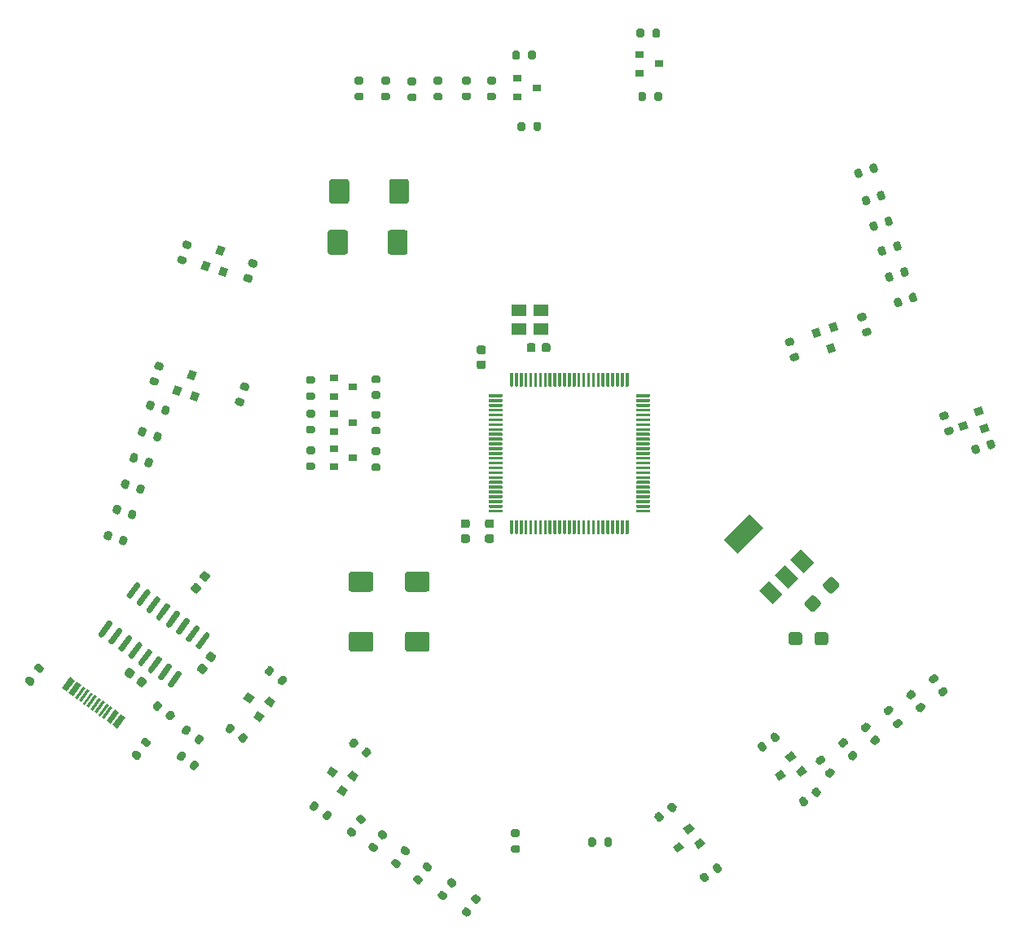
<source format=gbr>
%TF.GenerationSoftware,KiCad,Pcbnew,(5.1.7-0-10_14)*%
%TF.CreationDate,2021-04-06T14:52:43+02:00*%
%TF.ProjectId,Octogone_Sans_Regle,4f63746f-676f-46e6-955f-53616e735f52,rev?*%
%TF.SameCoordinates,Original*%
%TF.FileFunction,Paste,Bot*%
%TF.FilePolarity,Positive*%
%FSLAX46Y46*%
G04 Gerber Fmt 4.6, Leading zero omitted, Abs format (unit mm)*
G04 Created by KiCad (PCBNEW (5.1.7-0-10_14)) date 2021-04-06 14:52:43*
%MOMM*%
%LPD*%
G01*
G04 APERTURE LIST*
%ADD10R,0.900000X0.800000*%
%ADD11C,0.100000*%
%ADD12R,1.500000X1.300000*%
G04 APERTURE END LIST*
%TO.C,U4*%
G36*
G01*
X87999111Y-119887348D02*
X87756406Y-119711012D01*
G75*
G02*
X87723221Y-119501491I88168J121353D01*
G01*
X88693066Y-118166613D01*
G75*
G02*
X88902587Y-118133428I121353J-88168D01*
G01*
X89145292Y-118309764D01*
G75*
G02*
X89178477Y-118519285I-88168J-121353D01*
G01*
X88208632Y-119854163D01*
G75*
G02*
X87999111Y-119887348I-121353J88168D01*
G01*
G37*
G36*
G01*
X86971659Y-119140861D02*
X86728954Y-118964525D01*
G75*
G02*
X86695769Y-118755004I88168J121353D01*
G01*
X87665614Y-117420126D01*
G75*
G02*
X87875135Y-117386941I121353J-88168D01*
G01*
X88117840Y-117563277D01*
G75*
G02*
X88151025Y-117772798I-88168J-121353D01*
G01*
X87181180Y-119107676D01*
G75*
G02*
X86971659Y-119140861I-121353J88168D01*
G01*
G37*
G36*
G01*
X85944208Y-118394374D02*
X85701503Y-118218038D01*
G75*
G02*
X85668318Y-118008517I88168J121353D01*
G01*
X86638163Y-116673639D01*
G75*
G02*
X86847684Y-116640454I121353J-88168D01*
G01*
X87090389Y-116816790D01*
G75*
G02*
X87123574Y-117026311I-88168J-121353D01*
G01*
X86153729Y-118361189D01*
G75*
G02*
X85944208Y-118394374I-121353J88168D01*
G01*
G37*
G36*
G01*
X84916756Y-117647887D02*
X84674051Y-117471551D01*
G75*
G02*
X84640866Y-117262030I88168J121353D01*
G01*
X85610711Y-115927152D01*
G75*
G02*
X85820232Y-115893967I121353J-88168D01*
G01*
X86062937Y-116070303D01*
G75*
G02*
X86096122Y-116279824I-88168J-121353D01*
G01*
X85126277Y-117614702D01*
G75*
G02*
X84916756Y-117647887I-121353J88168D01*
G01*
G37*
G36*
G01*
X83889305Y-116901399D02*
X83646600Y-116725063D01*
G75*
G02*
X83613415Y-116515542I88168J121353D01*
G01*
X84583260Y-115180664D01*
G75*
G02*
X84792781Y-115147479I121353J-88168D01*
G01*
X85035486Y-115323815D01*
G75*
G02*
X85068671Y-115533336I-88168J-121353D01*
G01*
X84098826Y-116868214D01*
G75*
G02*
X83889305Y-116901399I-121353J88168D01*
G01*
G37*
G36*
G01*
X82861853Y-116154912D02*
X82619148Y-115978576D01*
G75*
G02*
X82585963Y-115769055I88168J121353D01*
G01*
X83555808Y-114434177D01*
G75*
G02*
X83765329Y-114400992I121353J-88168D01*
G01*
X84008034Y-114577328D01*
G75*
G02*
X84041219Y-114786849I-88168J-121353D01*
G01*
X83071374Y-116121727D01*
G75*
G02*
X82861853Y-116154912I-121353J88168D01*
G01*
G37*
G36*
G01*
X81834402Y-115408425D02*
X81591697Y-115232089D01*
G75*
G02*
X81558512Y-115022568I88168J121353D01*
G01*
X82528357Y-113687690D01*
G75*
G02*
X82737878Y-113654505I121353J-88168D01*
G01*
X82980583Y-113830841D01*
G75*
G02*
X83013768Y-114040362I-88168J-121353D01*
G01*
X82043923Y-115375240D01*
G75*
G02*
X81834402Y-115408425I-121353J88168D01*
G01*
G37*
G36*
G01*
X80806950Y-114661937D02*
X80564245Y-114485601D01*
G75*
G02*
X80531060Y-114276080I88168J121353D01*
G01*
X81500905Y-112941202D01*
G75*
G02*
X81710426Y-112908017I121353J-88168D01*
G01*
X81953131Y-113084353D01*
G75*
G02*
X81986316Y-113293874I-88168J-121353D01*
G01*
X81016471Y-114628752D01*
G75*
G02*
X80806950Y-114661937I-121353J88168D01*
G01*
G37*
G36*
G01*
X77897413Y-118666572D02*
X77654708Y-118490236D01*
G75*
G02*
X77621523Y-118280715I88168J121353D01*
G01*
X78591368Y-116945837D01*
G75*
G02*
X78800889Y-116912652I121353J-88168D01*
G01*
X79043594Y-117088988D01*
G75*
G02*
X79076779Y-117298509I-88168J-121353D01*
G01*
X78106934Y-118633387D01*
G75*
G02*
X77897413Y-118666572I-121353J88168D01*
G01*
G37*
G36*
G01*
X78924865Y-119413059D02*
X78682160Y-119236723D01*
G75*
G02*
X78648975Y-119027202I88168J121353D01*
G01*
X79618820Y-117692324D01*
G75*
G02*
X79828341Y-117659139I121353J-88168D01*
G01*
X80071046Y-117835475D01*
G75*
G02*
X80104231Y-118044996I-88168J-121353D01*
G01*
X79134386Y-119379874D01*
G75*
G02*
X78924865Y-119413059I-121353J88168D01*
G01*
G37*
G36*
G01*
X79952316Y-120159546D02*
X79709611Y-119983210D01*
G75*
G02*
X79676426Y-119773689I88168J121353D01*
G01*
X80646271Y-118438811D01*
G75*
G02*
X80855792Y-118405626I121353J-88168D01*
G01*
X81098497Y-118581962D01*
G75*
G02*
X81131682Y-118791483I-88168J-121353D01*
G01*
X80161837Y-120126361D01*
G75*
G02*
X79952316Y-120159546I-121353J88168D01*
G01*
G37*
G36*
G01*
X80979768Y-120906033D02*
X80737063Y-120729697D01*
G75*
G02*
X80703878Y-120520176I88168J121353D01*
G01*
X81673723Y-119185298D01*
G75*
G02*
X81883244Y-119152113I121353J-88168D01*
G01*
X82125949Y-119328449D01*
G75*
G02*
X82159134Y-119537970I-88168J-121353D01*
G01*
X81189289Y-120872848D01*
G75*
G02*
X80979768Y-120906033I-121353J88168D01*
G01*
G37*
G36*
G01*
X82007219Y-121652521D02*
X81764514Y-121476185D01*
G75*
G02*
X81731329Y-121266664I88168J121353D01*
G01*
X82701174Y-119931786D01*
G75*
G02*
X82910695Y-119898601I121353J-88168D01*
G01*
X83153400Y-120074937D01*
G75*
G02*
X83186585Y-120284458I-88168J-121353D01*
G01*
X82216740Y-121619336D01*
G75*
G02*
X82007219Y-121652521I-121353J88168D01*
G01*
G37*
G36*
G01*
X83034671Y-122399008D02*
X82791966Y-122222672D01*
G75*
G02*
X82758781Y-122013151I88168J121353D01*
G01*
X83728626Y-120678273D01*
G75*
G02*
X83938147Y-120645088I121353J-88168D01*
G01*
X84180852Y-120821424D01*
G75*
G02*
X84214037Y-121030945I-88168J-121353D01*
G01*
X83244192Y-122365823D01*
G75*
G02*
X83034671Y-122399008I-121353J88168D01*
G01*
G37*
G36*
G01*
X84062122Y-123145495D02*
X83819417Y-122969159D01*
G75*
G02*
X83786232Y-122759638I88168J121353D01*
G01*
X84756077Y-121424760D01*
G75*
G02*
X84965598Y-121391575I121353J-88168D01*
G01*
X85208303Y-121567911D01*
G75*
G02*
X85241488Y-121777432I-88168J-121353D01*
G01*
X84271643Y-123112310D01*
G75*
G02*
X84062122Y-123145495I-121353J88168D01*
G01*
G37*
G36*
G01*
X85089574Y-123891983D02*
X84846869Y-123715647D01*
G75*
G02*
X84813684Y-123506126I88168J121353D01*
G01*
X85783529Y-122171248D01*
G75*
G02*
X85993050Y-122138063I121353J-88168D01*
G01*
X86235755Y-122314399D01*
G75*
G02*
X86268940Y-122523920I-88168J-121353D01*
G01*
X85299095Y-123858798D01*
G75*
G02*
X85089574Y-123891983I-121353J88168D01*
G01*
G37*
%TD*%
%TO.C,R60*%
G36*
G01*
X87217808Y-128327711D02*
X86894526Y-128772671D01*
G75*
G02*
X86615166Y-128816917I-161803J117557D01*
G01*
X86291560Y-128581803D01*
G75*
G02*
X86247314Y-128302443I117557J161803D01*
G01*
X86570596Y-127857483D01*
G75*
G02*
X86849956Y-127813237I161803J-117557D01*
G01*
X87173562Y-128048351D01*
G75*
G02*
X87217808Y-128327711I-117557J-161803D01*
G01*
G37*
G36*
G01*
X88552686Y-129297557D02*
X88229404Y-129742517D01*
G75*
G02*
X87950044Y-129786763I-161803J117557D01*
G01*
X87626438Y-129551649D01*
G75*
G02*
X87582192Y-129272289I117557J161803D01*
G01*
X87905474Y-128827329D01*
G75*
G02*
X88184834Y-128783083I161803J-117557D01*
G01*
X88508440Y-129018197D01*
G75*
G02*
X88552686Y-129297557I-117557J-161803D01*
G01*
G37*
%TD*%
%TO.C,R59*%
G36*
G01*
X84217808Y-125827711D02*
X83894526Y-126272671D01*
G75*
G02*
X83615166Y-126316917I-161803J117557D01*
G01*
X83291560Y-126081803D01*
G75*
G02*
X83247314Y-125802443I117557J161803D01*
G01*
X83570596Y-125357483D01*
G75*
G02*
X83849956Y-125313237I161803J-117557D01*
G01*
X84173562Y-125548351D01*
G75*
G02*
X84217808Y-125827711I-117557J-161803D01*
G01*
G37*
G36*
G01*
X85552686Y-126797557D02*
X85229404Y-127242517D01*
G75*
G02*
X84950044Y-127286763I-161803J117557D01*
G01*
X84626438Y-127051649D01*
G75*
G02*
X84582192Y-126772289I117557J161803D01*
G01*
X84905474Y-126327329D01*
G75*
G02*
X85184834Y-126283083I161803J-117557D01*
G01*
X85508440Y-126518197D01*
G75*
G02*
X85552686Y-126797557I-117557J-161803D01*
G01*
G37*
%TD*%
%TO.C,C11*%
G36*
G01*
X81588996Y-123237751D02*
X81882888Y-122833242D01*
G75*
G02*
X82197169Y-122783465I182029J-132252D01*
G01*
X82561227Y-123047968D01*
G75*
G02*
X82611004Y-123362249I-132252J-182029D01*
G01*
X82317112Y-123766758D01*
G75*
G02*
X82002831Y-123816535I-182029J132252D01*
G01*
X81638773Y-123552032D01*
G75*
G02*
X81588996Y-123237751I132252J182029D01*
G01*
G37*
G36*
G01*
X80335020Y-122326683D02*
X80628912Y-121922174D01*
G75*
G02*
X80943193Y-121872397I182029J-132252D01*
G01*
X81307251Y-122136900D01*
G75*
G02*
X81357028Y-122451181I-132252J-182029D01*
G01*
X81063136Y-122855690D01*
G75*
G02*
X80748855Y-122905467I-182029J132252D01*
G01*
X80384797Y-122640964D01*
G75*
G02*
X80335020Y-122326683I132252J182029D01*
G01*
G37*
%TD*%
%TO.C,C10*%
G36*
G01*
X87804751Y-113059103D02*
X88204068Y-113360011D01*
G75*
G02*
X88248353Y-113675112I-135408J-179693D01*
G01*
X87977536Y-114034498D01*
G75*
G02*
X87662435Y-114078783I-179693J135408D01*
G01*
X87263118Y-113777875D01*
G75*
G02*
X87218833Y-113462774I135408J179693D01*
G01*
X87489650Y-113103388D01*
G75*
G02*
X87804751Y-113059103I179693J-135408D01*
G01*
G37*
G36*
G01*
X88737565Y-111821217D02*
X89136882Y-112122125D01*
G75*
G02*
X89181167Y-112437226I-135408J-179693D01*
G01*
X88910350Y-112796612D01*
G75*
G02*
X88595249Y-112840897I-179693J135408D01*
G01*
X88195932Y-112539989D01*
G75*
G02*
X88151647Y-112224888I135408J179693D01*
G01*
X88422464Y-111865502D01*
G75*
G02*
X88737565Y-111821217I179693J-135408D01*
G01*
G37*
%TD*%
%TO.C,C9*%
G36*
G01*
X88451181Y-121442972D02*
X88855690Y-121736864D01*
G75*
G02*
X88905467Y-122051145I-132252J-182029D01*
G01*
X88640964Y-122415203D01*
G75*
G02*
X88326683Y-122464980I-182029J132252D01*
G01*
X87922174Y-122171088D01*
G75*
G02*
X87872397Y-121856807I132252J182029D01*
G01*
X88136900Y-121492749D01*
G75*
G02*
X88451181Y-121442972I182029J-132252D01*
G01*
G37*
G36*
G01*
X89362249Y-120188996D02*
X89766758Y-120482888D01*
G75*
G02*
X89816535Y-120797169I-132252J-182029D01*
G01*
X89552032Y-121161227D01*
G75*
G02*
X89237751Y-121211004I-182029J132252D01*
G01*
X88833242Y-120917112D01*
G75*
G02*
X88783465Y-120602831I132252J182029D01*
G01*
X89047968Y-120238773D01*
G75*
G02*
X89362249Y-120188996I182029J-132252D01*
G01*
G37*
%TD*%
%TO.C,R1*%
G36*
G01*
X162580065Y-82959914D02*
X162750024Y-83482995D01*
G75*
G02*
X162621616Y-83735009I-190211J-61803D01*
G01*
X162241193Y-83858616D01*
G75*
G02*
X161989179Y-83730208I-61803J190211D01*
G01*
X161819220Y-83207127D01*
G75*
G02*
X161947628Y-82955113I190211J61803D01*
G01*
X162328051Y-82831506D01*
G75*
G02*
X162580065Y-82959914I61803J-190211D01*
G01*
G37*
G36*
G01*
X161010821Y-83469792D02*
X161180780Y-83992873D01*
G75*
G02*
X161052372Y-84244887I-190211J-61803D01*
G01*
X160671949Y-84368494D01*
G75*
G02*
X160419935Y-84240086I-61803J190211D01*
G01*
X160249976Y-83717005D01*
G75*
G02*
X160378384Y-83464991I190211J61803D01*
G01*
X160758807Y-83341384D01*
G75*
G02*
X161010821Y-83469792I61803J-190211D01*
G01*
G37*
%TD*%
%TO.C,R58*%
G36*
G01*
X121150000Y-65825000D02*
X121150000Y-65275000D01*
G75*
G02*
X121350000Y-65075000I200000J0D01*
G01*
X121750000Y-65075000D01*
G75*
G02*
X121950000Y-65275000I0J-200000D01*
G01*
X121950000Y-65825000D01*
G75*
G02*
X121750000Y-66025000I-200000J0D01*
G01*
X121350000Y-66025000D01*
G75*
G02*
X121150000Y-65825000I0J200000D01*
G01*
G37*
G36*
G01*
X122800000Y-65825000D02*
X122800000Y-65275000D01*
G75*
G02*
X123000000Y-65075000I200000J0D01*
G01*
X123400000Y-65075000D01*
G75*
G02*
X123600000Y-65275000I0J-200000D01*
G01*
X123600000Y-65825000D01*
G75*
G02*
X123400000Y-66025000I-200000J0D01*
G01*
X123000000Y-66025000D01*
G75*
G02*
X122800000Y-65825000I0J200000D01*
G01*
G37*
%TD*%
%TO.C,R57*%
G36*
G01*
X123075000Y-57875000D02*
X123075000Y-58425000D01*
G75*
G02*
X122875000Y-58625000I-200000J0D01*
G01*
X122475000Y-58625000D01*
G75*
G02*
X122275000Y-58425000I0J200000D01*
G01*
X122275000Y-57875000D01*
G75*
G02*
X122475000Y-57675000I200000J0D01*
G01*
X122875000Y-57675000D01*
G75*
G02*
X123075000Y-57875000I0J-200000D01*
G01*
G37*
G36*
G01*
X121425000Y-57875000D02*
X121425000Y-58425000D01*
G75*
G02*
X121225000Y-58625000I-200000J0D01*
G01*
X120825000Y-58625000D01*
G75*
G02*
X120625000Y-58425000I0J200000D01*
G01*
X120625000Y-57875000D01*
G75*
G02*
X120825000Y-57675000I200000J0D01*
G01*
X121225000Y-57675000D01*
G75*
G02*
X121425000Y-57875000I0J-200000D01*
G01*
G37*
%TD*%
%TO.C,R24*%
G36*
G01*
X106152443Y-141002686D02*
X105707483Y-140679404D01*
G75*
G02*
X105663237Y-140400044I117557J161803D01*
G01*
X105898351Y-140076438D01*
G75*
G02*
X106177711Y-140032192I161803J-117557D01*
G01*
X106622671Y-140355474D01*
G75*
G02*
X106666917Y-140634834I-117557J-161803D01*
G01*
X106431803Y-140958440D01*
G75*
G02*
X106152443Y-141002686I-161803J117557D01*
G01*
G37*
G36*
G01*
X107122289Y-139667808D02*
X106677329Y-139344526D01*
G75*
G02*
X106633083Y-139065166I117557J161803D01*
G01*
X106868197Y-138741560D01*
G75*
G02*
X107147557Y-138697314I161803J-117557D01*
G01*
X107592517Y-139020596D01*
G75*
G02*
X107636763Y-139299956I-117557J-161803D01*
G01*
X107401649Y-139623562D01*
G75*
G02*
X107122289Y-139667808I-161803J117557D01*
G01*
G37*
%TD*%
%TO.C,R23*%
G36*
G01*
X103902443Y-139402686D02*
X103457483Y-139079404D01*
G75*
G02*
X103413237Y-138800044I117557J161803D01*
G01*
X103648351Y-138476438D01*
G75*
G02*
X103927711Y-138432192I161803J-117557D01*
G01*
X104372671Y-138755474D01*
G75*
G02*
X104416917Y-139034834I-117557J-161803D01*
G01*
X104181803Y-139358440D01*
G75*
G02*
X103902443Y-139402686I-161803J117557D01*
G01*
G37*
G36*
G01*
X104872289Y-138067808D02*
X104427329Y-137744526D01*
G75*
G02*
X104383083Y-137465166I117557J161803D01*
G01*
X104618197Y-137141560D01*
G75*
G02*
X104897557Y-137097314I161803J-117557D01*
G01*
X105342517Y-137420596D01*
G75*
G02*
X105386763Y-137699956I-117557J-161803D01*
G01*
X105151649Y-138023562D01*
G75*
G02*
X104872289Y-138067808I-161803J117557D01*
G01*
G37*
%TD*%
%TO.C,R14*%
G36*
G01*
X81699976Y-97432995D02*
X81869935Y-96909914D01*
G75*
G02*
X82121949Y-96781506I190211J-61803D01*
G01*
X82502372Y-96905113D01*
G75*
G02*
X82630780Y-97157127I-61803J-190211D01*
G01*
X82460821Y-97680208D01*
G75*
G02*
X82208807Y-97808616I-190211J61803D01*
G01*
X81828384Y-97685009D01*
G75*
G02*
X81699976Y-97432995I61803J190211D01*
G01*
G37*
G36*
G01*
X83269220Y-97942873D02*
X83439179Y-97419792D01*
G75*
G02*
X83691193Y-97291384I190211J-61803D01*
G01*
X84071616Y-97414991D01*
G75*
G02*
X84200024Y-97667005I-61803J-190211D01*
G01*
X84030065Y-98190086D01*
G75*
G02*
X83778051Y-98318494I-190211J61803D01*
G01*
X83397628Y-98194887D01*
G75*
G02*
X83269220Y-97942873I61803J190211D01*
G01*
G37*
%TD*%
%TO.C,R16*%
G36*
G01*
X80799976Y-100132995D02*
X80969935Y-99609914D01*
G75*
G02*
X81221949Y-99481506I190211J-61803D01*
G01*
X81602372Y-99605113D01*
G75*
G02*
X81730780Y-99857127I-61803J-190211D01*
G01*
X81560821Y-100380208D01*
G75*
G02*
X81308807Y-100508616I-190211J61803D01*
G01*
X80928384Y-100385009D01*
G75*
G02*
X80799976Y-100132995I61803J190211D01*
G01*
G37*
G36*
G01*
X82369220Y-100642873D02*
X82539179Y-100119792D01*
G75*
G02*
X82791193Y-99991384I190211J-61803D01*
G01*
X83171616Y-100114991D01*
G75*
G02*
X83300024Y-100367005I-61803J-190211D01*
G01*
X83130065Y-100890086D01*
G75*
G02*
X82878051Y-101018494I-190211J61803D01*
G01*
X82497628Y-100894887D01*
G75*
G02*
X82369220Y-100642873I61803J190211D01*
G01*
G37*
%TD*%
%TO.C,R17*%
G36*
G01*
X79949976Y-102882995D02*
X80119935Y-102359914D01*
G75*
G02*
X80371949Y-102231506I190211J-61803D01*
G01*
X80752372Y-102355113D01*
G75*
G02*
X80880780Y-102607127I-61803J-190211D01*
G01*
X80710821Y-103130208D01*
G75*
G02*
X80458807Y-103258616I-190211J61803D01*
G01*
X80078384Y-103135009D01*
G75*
G02*
X79949976Y-102882995I61803J190211D01*
G01*
G37*
G36*
G01*
X81519220Y-103392873D02*
X81689179Y-102869792D01*
G75*
G02*
X81941193Y-102741384I190211J-61803D01*
G01*
X82321616Y-102864991D01*
G75*
G02*
X82450024Y-103117005I-61803J-190211D01*
G01*
X82280065Y-103640086D01*
G75*
G02*
X82028051Y-103768494I-190211J61803D01*
G01*
X81647628Y-103644887D01*
G75*
G02*
X81519220Y-103392873I61803J190211D01*
G01*
G37*
%TD*%
%TO.C,R18*%
G36*
G01*
X79065354Y-105528056D02*
X79235313Y-105004975D01*
G75*
G02*
X79487327Y-104876567I190211J-61803D01*
G01*
X79867750Y-105000174D01*
G75*
G02*
X79996158Y-105252188I-61803J-190211D01*
G01*
X79826199Y-105775269D01*
G75*
G02*
X79574185Y-105903677I-190211J61803D01*
G01*
X79193762Y-105780070D01*
G75*
G02*
X79065354Y-105528056I61803J190211D01*
G01*
G37*
G36*
G01*
X80634598Y-106037934D02*
X80804557Y-105514853D01*
G75*
G02*
X81056571Y-105386445I190211J-61803D01*
G01*
X81436994Y-105510052D01*
G75*
G02*
X81565402Y-105762066I-61803J-190211D01*
G01*
X81395443Y-106285147D01*
G75*
G02*
X81143429Y-106413555I-190211J61803D01*
G01*
X80763006Y-106289948D01*
G75*
G02*
X80634598Y-106037934I61803J190211D01*
G01*
G37*
%TD*%
%TO.C,R25*%
G36*
G01*
X115852443Y-147702686D02*
X115407483Y-147379404D01*
G75*
G02*
X115363237Y-147100044I117557J161803D01*
G01*
X115598351Y-146776438D01*
G75*
G02*
X115877711Y-146732192I161803J-117557D01*
G01*
X116322671Y-147055474D01*
G75*
G02*
X116366917Y-147334834I-117557J-161803D01*
G01*
X116131803Y-147658440D01*
G75*
G02*
X115852443Y-147702686I-161803J117557D01*
G01*
G37*
G36*
G01*
X116822289Y-146367808D02*
X116377329Y-146044526D01*
G75*
G02*
X116333083Y-145765166I117557J161803D01*
G01*
X116568197Y-145441560D01*
G75*
G02*
X116847557Y-145397314I161803J-117557D01*
G01*
X117292517Y-145720596D01*
G75*
G02*
X117336763Y-145999956I-117557J-161803D01*
G01*
X117101649Y-146323562D01*
G75*
G02*
X116822289Y-146367808I-161803J117557D01*
G01*
G37*
%TD*%
%TO.C,R26*%
G36*
G01*
X108517520Y-142670125D02*
X108072560Y-142346843D01*
G75*
G02*
X108028314Y-142067483I117557J161803D01*
G01*
X108263428Y-141743877D01*
G75*
G02*
X108542788Y-141699631I161803J-117557D01*
G01*
X108987748Y-142022913D01*
G75*
G02*
X109031994Y-142302273I-117557J-161803D01*
G01*
X108796880Y-142625879D01*
G75*
G02*
X108517520Y-142670125I-161803J117557D01*
G01*
G37*
G36*
G01*
X109487366Y-141335247D02*
X109042406Y-141011965D01*
G75*
G02*
X108998160Y-140732605I117557J161803D01*
G01*
X109233274Y-140408999D01*
G75*
G02*
X109512634Y-140364753I161803J-117557D01*
G01*
X109957594Y-140688035D01*
G75*
G02*
X110001840Y-140967395I-117557J-161803D01*
G01*
X109766726Y-141291001D01*
G75*
G02*
X109487366Y-141335247I-161803J117557D01*
G01*
G37*
%TD*%
D10*
%TO.C,Q8*%
X102070000Y-100960000D03*
X102070000Y-99060000D03*
X104070000Y-100010000D03*
%TD*%
%TO.C,R3*%
G36*
G01*
X158480065Y-69509914D02*
X158650024Y-70032995D01*
G75*
G02*
X158521616Y-70285009I-190211J-61803D01*
G01*
X158141193Y-70408616D01*
G75*
G02*
X157889179Y-70280208I-61803J190211D01*
G01*
X157719220Y-69757127D01*
G75*
G02*
X157847628Y-69505113I190211J61803D01*
G01*
X158228051Y-69381506D01*
G75*
G02*
X158480065Y-69509914I61803J-190211D01*
G01*
G37*
G36*
G01*
X156910821Y-70019792D02*
X157080780Y-70542873D01*
G75*
G02*
X156952372Y-70794887I-190211J-61803D01*
G01*
X156571949Y-70918494D01*
G75*
G02*
X156319935Y-70790086I-61803J190211D01*
G01*
X156149976Y-70267005D01*
G75*
G02*
X156278384Y-70014991I190211J61803D01*
G01*
X156658807Y-69891384D01*
G75*
G02*
X156910821Y-70019792I61803J-190211D01*
G01*
G37*
%TD*%
%TO.C,R32*%
G36*
G01*
X105952686Y-130647557D02*
X105629404Y-131092517D01*
G75*
G02*
X105350044Y-131136763I-161803J117557D01*
G01*
X105026438Y-130901649D01*
G75*
G02*
X104982192Y-130622289I117557J161803D01*
G01*
X105305474Y-130177329D01*
G75*
G02*
X105584834Y-130133083I161803J-117557D01*
G01*
X105908440Y-130368197D01*
G75*
G02*
X105952686Y-130647557I-117557J-161803D01*
G01*
G37*
G36*
G01*
X104617808Y-129677711D02*
X104294526Y-130122671D01*
G75*
G02*
X104015166Y-130166917I-161803J117557D01*
G01*
X103691560Y-129931803D01*
G75*
G02*
X103647314Y-129652443I117557J161803D01*
G01*
X103970596Y-129207483D01*
G75*
G02*
X104249956Y-129163237I161803J-117557D01*
G01*
X104573562Y-129398351D01*
G75*
G02*
X104617808Y-129677711I-117557J-161803D01*
G01*
G37*
%TD*%
%TO.C,R31*%
G36*
G01*
X99547314Y-136202443D02*
X99870596Y-135757483D01*
G75*
G02*
X100149956Y-135713237I161803J-117557D01*
G01*
X100473562Y-135948351D01*
G75*
G02*
X100517808Y-136227711I-117557J-161803D01*
G01*
X100194526Y-136672671D01*
G75*
G02*
X99915166Y-136716917I-161803J117557D01*
G01*
X99591560Y-136481803D01*
G75*
G02*
X99547314Y-136202443I117557J161803D01*
G01*
G37*
G36*
G01*
X100882192Y-137172289D02*
X101205474Y-136727329D01*
G75*
G02*
X101484834Y-136683083I161803J-117557D01*
G01*
X101808440Y-136918197D01*
G75*
G02*
X101852686Y-137197557I-117557J-161803D01*
G01*
X101529404Y-137642517D01*
G75*
G02*
X101250044Y-137686763I-161803J117557D01*
G01*
X100926438Y-137451649D01*
G75*
G02*
X100882192Y-137172289I117557J161803D01*
G01*
G37*
%TD*%
%TO.C,R30*%
G36*
G01*
X97202686Y-123147557D02*
X96879404Y-123592517D01*
G75*
G02*
X96600044Y-123636763I-161803J117557D01*
G01*
X96276438Y-123401649D01*
G75*
G02*
X96232192Y-123122289I117557J161803D01*
G01*
X96555474Y-122677329D01*
G75*
G02*
X96834834Y-122633083I161803J-117557D01*
G01*
X97158440Y-122868197D01*
G75*
G02*
X97202686Y-123147557I-117557J-161803D01*
G01*
G37*
G36*
G01*
X95867808Y-122177711D02*
X95544526Y-122622671D01*
G75*
G02*
X95265166Y-122666917I-161803J117557D01*
G01*
X94941560Y-122431803D01*
G75*
G02*
X94897314Y-122152443I117557J161803D01*
G01*
X95220596Y-121707483D01*
G75*
G02*
X95499956Y-121663237I161803J-117557D01*
G01*
X95823562Y-121898351D01*
G75*
G02*
X95867808Y-122177711I-117557J-161803D01*
G01*
G37*
%TD*%
%TO.C,R29*%
G36*
G01*
X90797314Y-128152443D02*
X91120596Y-127707483D01*
G75*
G02*
X91399956Y-127663237I161803J-117557D01*
G01*
X91723562Y-127898351D01*
G75*
G02*
X91767808Y-128177711I-117557J-161803D01*
G01*
X91444526Y-128622671D01*
G75*
G02*
X91165166Y-128666917I-161803J117557D01*
G01*
X90841560Y-128431803D01*
G75*
G02*
X90797314Y-128152443I117557J161803D01*
G01*
G37*
G36*
G01*
X92132192Y-129122289D02*
X92455474Y-128677329D01*
G75*
G02*
X92734834Y-128633083I161803J-117557D01*
G01*
X93058440Y-128868197D01*
G75*
G02*
X93102686Y-129147557I-117557J-161803D01*
G01*
X92779404Y-129592517D01*
G75*
G02*
X92500044Y-129636763I-161803J117557D01*
G01*
X92176438Y-129401649D01*
G75*
G02*
X92132192Y-129122289I117557J161803D01*
G01*
G37*
%TD*%
%TO.C,R22*%
G36*
G01*
X92432995Y-94650024D02*
X91909914Y-94480065D01*
G75*
G02*
X91781506Y-94228051I61803J190211D01*
G01*
X91905113Y-93847628D01*
G75*
G02*
X92157127Y-93719220I190211J-61803D01*
G01*
X92680208Y-93889179D01*
G75*
G02*
X92808616Y-94141193I-61803J-190211D01*
G01*
X92685009Y-94521616D01*
G75*
G02*
X92432995Y-94650024I-190211J61803D01*
G01*
G37*
G36*
G01*
X92942873Y-93080780D02*
X92419792Y-92910821D01*
G75*
G02*
X92291384Y-92658807I61803J190211D01*
G01*
X92414991Y-92278384D01*
G75*
G02*
X92667005Y-92149976I190211J-61803D01*
G01*
X93190086Y-92319935D01*
G75*
G02*
X93318494Y-92571949I-61803J-190211D01*
G01*
X93194887Y-92952372D01*
G75*
G02*
X92942873Y-93080780I-190211J61803D01*
G01*
G37*
%TD*%
%TO.C,R21*%
G36*
G01*
X83767005Y-89999976D02*
X84290086Y-90169935D01*
G75*
G02*
X84418494Y-90421949I-61803J-190211D01*
G01*
X84294887Y-90802372D01*
G75*
G02*
X84042873Y-90930780I-190211J61803D01*
G01*
X83519792Y-90760821D01*
G75*
G02*
X83391384Y-90508807I61803J190211D01*
G01*
X83514991Y-90128384D01*
G75*
G02*
X83767005Y-89999976I190211J-61803D01*
G01*
G37*
G36*
G01*
X83257127Y-91569220D02*
X83780208Y-91739179D01*
G75*
G02*
X83908616Y-91991193I-61803J-190211D01*
G01*
X83785009Y-92371616D01*
G75*
G02*
X83532995Y-92500024I-190211J61803D01*
G01*
X83009914Y-92330065D01*
G75*
G02*
X82881506Y-92078051I61803J190211D01*
G01*
X83005113Y-91697628D01*
G75*
G02*
X83257127Y-91569220I190211J-61803D01*
G01*
G37*
%TD*%
%TO.C,R20*%
G36*
G01*
X93287934Y-81815402D02*
X92764853Y-81645443D01*
G75*
G02*
X92636445Y-81393429I61803J190211D01*
G01*
X92760052Y-81013006D01*
G75*
G02*
X93012066Y-80884598I190211J-61803D01*
G01*
X93535147Y-81054557D01*
G75*
G02*
X93663555Y-81306571I-61803J-190211D01*
G01*
X93539948Y-81686994D01*
G75*
G02*
X93287934Y-81815402I-190211J61803D01*
G01*
G37*
G36*
G01*
X93797812Y-80246158D02*
X93274731Y-80076199D01*
G75*
G02*
X93146323Y-79824185I61803J190211D01*
G01*
X93269930Y-79443762D01*
G75*
G02*
X93521944Y-79315354I190211J-61803D01*
G01*
X94045025Y-79485313D01*
G75*
G02*
X94173433Y-79737327I-61803J-190211D01*
G01*
X94049826Y-80117750D01*
G75*
G02*
X93797812Y-80246158I-190211J61803D01*
G01*
G37*
%TD*%
%TO.C,R19*%
G36*
G01*
X86667005Y-77399976D02*
X87190086Y-77569935D01*
G75*
G02*
X87318494Y-77821949I-61803J-190211D01*
G01*
X87194887Y-78202372D01*
G75*
G02*
X86942873Y-78330780I-190211J61803D01*
G01*
X86419792Y-78160821D01*
G75*
G02*
X86291384Y-77908807I61803J190211D01*
G01*
X86414991Y-77528384D01*
G75*
G02*
X86667005Y-77399976I190211J-61803D01*
G01*
G37*
G36*
G01*
X86157127Y-78969220D02*
X86680208Y-79139179D01*
G75*
G02*
X86808616Y-79391193I-61803J-190211D01*
G01*
X86685009Y-79771616D01*
G75*
G02*
X86432995Y-79900024I-190211J61803D01*
G01*
X85909914Y-79730065D01*
G75*
G02*
X85781506Y-79478051I61803J190211D01*
G01*
X85905113Y-79097628D01*
G75*
G02*
X86157127Y-78969220I190211J-61803D01*
G01*
G37*
%TD*%
%TO.C,R10*%
G36*
G01*
X149059914Y-87669935D02*
X149582995Y-87499976D01*
G75*
G02*
X149835009Y-87628384I61803J-190211D01*
G01*
X149958616Y-88008807D01*
G75*
G02*
X149830208Y-88260821I-190211J-61803D01*
G01*
X149307127Y-88430780D01*
G75*
G02*
X149055113Y-88302372I-61803J190211D01*
G01*
X148931506Y-87921949D01*
G75*
G02*
X149059914Y-87669935I190211J61803D01*
G01*
G37*
G36*
G01*
X149569792Y-89239179D02*
X150092873Y-89069220D01*
G75*
G02*
X150344887Y-89197628I61803J-190211D01*
G01*
X150468494Y-89578051D01*
G75*
G02*
X150340086Y-89830065I-190211J-61803D01*
G01*
X149817005Y-90000024D01*
G75*
G02*
X149564991Y-89871616I-61803J190211D01*
G01*
X149441384Y-89491193D01*
G75*
G02*
X149569792Y-89239179I190211J61803D01*
G01*
G37*
%TD*%
%TO.C,R9*%
G36*
G01*
X157840086Y-87230065D02*
X157317005Y-87400024D01*
G75*
G02*
X157064991Y-87271616I-61803J190211D01*
G01*
X156941384Y-86891193D01*
G75*
G02*
X157069792Y-86639179I190211J61803D01*
G01*
X157592873Y-86469220D01*
G75*
G02*
X157844887Y-86597628I61803J-190211D01*
G01*
X157968494Y-86978051D01*
G75*
G02*
X157840086Y-87230065I-190211J-61803D01*
G01*
G37*
G36*
G01*
X157330208Y-85660821D02*
X156807127Y-85830780D01*
G75*
G02*
X156555113Y-85702372I-61803J190211D01*
G01*
X156431506Y-85321949D01*
G75*
G02*
X156559914Y-85069935I190211J61803D01*
G01*
X157082995Y-84899976D01*
G75*
G02*
X157335009Y-85028384I61803J-190211D01*
G01*
X157458616Y-85408807D01*
G75*
G02*
X157330208Y-85660821I-190211J-61803D01*
G01*
G37*
%TD*%
%TO.C,R8*%
G36*
G01*
X165104975Y-95335313D02*
X165628056Y-95165354D01*
G75*
G02*
X165880070Y-95293762I61803J-190211D01*
G01*
X166003677Y-95674185D01*
G75*
G02*
X165875269Y-95926199I-190211J-61803D01*
G01*
X165352188Y-96096158D01*
G75*
G02*
X165100174Y-95967750I-61803J190211D01*
G01*
X164976567Y-95587327D01*
G75*
G02*
X165104975Y-95335313I190211J61803D01*
G01*
G37*
G36*
G01*
X165614853Y-96904557D02*
X166137934Y-96734598D01*
G75*
G02*
X166389948Y-96863006I61803J-190211D01*
G01*
X166513555Y-97243429D01*
G75*
G02*
X166385147Y-97495443I-190211J-61803D01*
G01*
X165862066Y-97665402D01*
G75*
G02*
X165610052Y-97536994I-61803J190211D01*
G01*
X165486445Y-97156571D01*
G75*
G02*
X165614853Y-96904557I190211J61803D01*
G01*
G37*
%TD*%
%TO.C,R7*%
G36*
G01*
X168485313Y-99495025D02*
X168315354Y-98971944D01*
G75*
G02*
X168443762Y-98719930I190211J61803D01*
G01*
X168824185Y-98596323D01*
G75*
G02*
X169076199Y-98724731I61803J-190211D01*
G01*
X169246158Y-99247812D01*
G75*
G02*
X169117750Y-99499826I-190211J-61803D01*
G01*
X168737327Y-99623433D01*
G75*
G02*
X168485313Y-99495025I-61803J190211D01*
G01*
G37*
G36*
G01*
X170054557Y-98985147D02*
X169884598Y-98462066D01*
G75*
G02*
X170013006Y-98210052I190211J61803D01*
G01*
X170393429Y-98086445D01*
G75*
G02*
X170645443Y-98214853I61803J-190211D01*
G01*
X170815402Y-98737934D01*
G75*
G02*
X170686994Y-98989948I-190211J-61803D01*
G01*
X170306571Y-99113555D01*
G75*
G02*
X170054557Y-98985147I-61803J190211D01*
G01*
G37*
%TD*%
%TO.C,R38*%
G36*
G01*
X106725000Y-93875000D02*
X106175000Y-93875000D01*
G75*
G02*
X105975000Y-93675000I0J200000D01*
G01*
X105975000Y-93275000D01*
G75*
G02*
X106175000Y-93075000I200000J0D01*
G01*
X106725000Y-93075000D01*
G75*
G02*
X106925000Y-93275000I0J-200000D01*
G01*
X106925000Y-93675000D01*
G75*
G02*
X106725000Y-93875000I-200000J0D01*
G01*
G37*
G36*
G01*
X106725000Y-92225000D02*
X106175000Y-92225000D01*
G75*
G02*
X105975000Y-92025000I0J200000D01*
G01*
X105975000Y-91625000D01*
G75*
G02*
X106175000Y-91425000I200000J0D01*
G01*
X106725000Y-91425000D01*
G75*
G02*
X106925000Y-91625000I0J-200000D01*
G01*
X106925000Y-92025000D01*
G75*
G02*
X106725000Y-92225000I-200000J0D01*
G01*
G37*
%TD*%
%TO.C,R37*%
G36*
G01*
X99925000Y-93975000D02*
X99375000Y-93975000D01*
G75*
G02*
X99175000Y-93775000I0J200000D01*
G01*
X99175000Y-93375000D01*
G75*
G02*
X99375000Y-93175000I200000J0D01*
G01*
X99925000Y-93175000D01*
G75*
G02*
X100125000Y-93375000I0J-200000D01*
G01*
X100125000Y-93775000D01*
G75*
G02*
X99925000Y-93975000I-200000J0D01*
G01*
G37*
G36*
G01*
X99925000Y-92325000D02*
X99375000Y-92325000D01*
G75*
G02*
X99175000Y-92125000I0J200000D01*
G01*
X99175000Y-91725000D01*
G75*
G02*
X99375000Y-91525000I200000J0D01*
G01*
X99925000Y-91525000D01*
G75*
G02*
X100125000Y-91725000I0J-200000D01*
G01*
X100125000Y-92125000D01*
G75*
G02*
X99925000Y-92325000I-200000J0D01*
G01*
G37*
%TD*%
%TO.C,R36*%
G36*
G01*
X106725000Y-97575000D02*
X106175000Y-97575000D01*
G75*
G02*
X105975000Y-97375000I0J200000D01*
G01*
X105975000Y-96975000D01*
G75*
G02*
X106175000Y-96775000I200000J0D01*
G01*
X106725000Y-96775000D01*
G75*
G02*
X106925000Y-96975000I0J-200000D01*
G01*
X106925000Y-97375000D01*
G75*
G02*
X106725000Y-97575000I-200000J0D01*
G01*
G37*
G36*
G01*
X106725000Y-95925000D02*
X106175000Y-95925000D01*
G75*
G02*
X105975000Y-95725000I0J200000D01*
G01*
X105975000Y-95325000D01*
G75*
G02*
X106175000Y-95125000I200000J0D01*
G01*
X106725000Y-95125000D01*
G75*
G02*
X106925000Y-95325000I0J-200000D01*
G01*
X106925000Y-95725000D01*
G75*
G02*
X106725000Y-95925000I-200000J0D01*
G01*
G37*
%TD*%
%TO.C,R35*%
G36*
G01*
X99925000Y-97475000D02*
X99375000Y-97475000D01*
G75*
G02*
X99175000Y-97275000I0J200000D01*
G01*
X99175000Y-96875000D01*
G75*
G02*
X99375000Y-96675000I200000J0D01*
G01*
X99925000Y-96675000D01*
G75*
G02*
X100125000Y-96875000I0J-200000D01*
G01*
X100125000Y-97275000D01*
G75*
G02*
X99925000Y-97475000I-200000J0D01*
G01*
G37*
G36*
G01*
X99925000Y-95825000D02*
X99375000Y-95825000D01*
G75*
G02*
X99175000Y-95625000I0J200000D01*
G01*
X99175000Y-95225000D01*
G75*
G02*
X99375000Y-95025000I200000J0D01*
G01*
X99925000Y-95025000D01*
G75*
G02*
X100125000Y-95225000I0J-200000D01*
G01*
X100125000Y-95625000D01*
G75*
G02*
X99925000Y-95825000I-200000J0D01*
G01*
G37*
%TD*%
%TO.C,R34*%
G36*
G01*
X106725000Y-101375000D02*
X106175000Y-101375000D01*
G75*
G02*
X105975000Y-101175000I0J200000D01*
G01*
X105975000Y-100775000D01*
G75*
G02*
X106175000Y-100575000I200000J0D01*
G01*
X106725000Y-100575000D01*
G75*
G02*
X106925000Y-100775000I0J-200000D01*
G01*
X106925000Y-101175000D01*
G75*
G02*
X106725000Y-101375000I-200000J0D01*
G01*
G37*
G36*
G01*
X106725000Y-99725000D02*
X106175000Y-99725000D01*
G75*
G02*
X105975000Y-99525000I0J200000D01*
G01*
X105975000Y-99125000D01*
G75*
G02*
X106175000Y-98925000I200000J0D01*
G01*
X106725000Y-98925000D01*
G75*
G02*
X106925000Y-99125000I0J-200000D01*
G01*
X106925000Y-99525000D01*
G75*
G02*
X106725000Y-99725000I-200000J0D01*
G01*
G37*
%TD*%
%TO.C,R13*%
G36*
G01*
X82534598Y-94687934D02*
X82704557Y-94164853D01*
G75*
G02*
X82956571Y-94036445I190211J-61803D01*
G01*
X83336994Y-94160052D01*
G75*
G02*
X83465402Y-94412066I-61803J-190211D01*
G01*
X83295443Y-94935147D01*
G75*
G02*
X83043429Y-95063555I-190211J61803D01*
G01*
X82663006Y-94939948D01*
G75*
G02*
X82534598Y-94687934I61803J190211D01*
G01*
G37*
G36*
G01*
X84103842Y-95197812D02*
X84273801Y-94674731D01*
G75*
G02*
X84525815Y-94546323I190211J-61803D01*
G01*
X84906238Y-94669930D01*
G75*
G02*
X85034646Y-94921944I-61803J-190211D01*
G01*
X84864687Y-95445025D01*
G75*
G02*
X84612673Y-95573433I-190211J61803D01*
G01*
X84232250Y-95449826D01*
G75*
G02*
X84103842Y-95197812I61803J190211D01*
G01*
G37*
%TD*%
%TO.C,R33*%
G36*
G01*
X99925000Y-101275000D02*
X99375000Y-101275000D01*
G75*
G02*
X99175000Y-101075000I0J200000D01*
G01*
X99175000Y-100675000D01*
G75*
G02*
X99375000Y-100475000I200000J0D01*
G01*
X99925000Y-100475000D01*
G75*
G02*
X100125000Y-100675000I0J-200000D01*
G01*
X100125000Y-101075000D01*
G75*
G02*
X99925000Y-101275000I-200000J0D01*
G01*
G37*
G36*
G01*
X99925000Y-99625000D02*
X99375000Y-99625000D01*
G75*
G02*
X99175000Y-99425000I0J200000D01*
G01*
X99175000Y-99025000D01*
G75*
G02*
X99375000Y-98825000I200000J0D01*
G01*
X99925000Y-98825000D01*
G75*
G02*
X100125000Y-99025000I0J-200000D01*
G01*
X100125000Y-99425000D01*
G75*
G02*
X99925000Y-99625000I-200000J0D01*
G01*
G37*
%TD*%
D11*
%TO.C,Q2*%
G36*
X151691801Y-86683889D02*
G01*
X152452646Y-86436676D01*
X152730761Y-87292627D01*
X151969916Y-87539840D01*
X151691801Y-86683889D01*
G37*
G36*
X153498809Y-86096756D02*
G01*
X154259654Y-85849543D01*
X154537769Y-86705494D01*
X153776924Y-86952707D01*
X153498809Y-86096756D01*
G37*
G36*
X153213339Y-88292436D02*
G01*
X153974184Y-88045223D01*
X154252299Y-88901174D01*
X153491454Y-89148387D01*
X153213339Y-88292436D01*
G37*
%TD*%
%TO.C,U1*%
G36*
G01*
X118150000Y-105625000D02*
X118150000Y-105475000D01*
G75*
G02*
X118225000Y-105400000I75000J0D01*
G01*
X119550000Y-105400000D01*
G75*
G02*
X119625000Y-105475000I0J-75000D01*
G01*
X119625000Y-105625000D01*
G75*
G02*
X119550000Y-105700000I-75000J0D01*
G01*
X118225000Y-105700000D01*
G75*
G02*
X118150000Y-105625000I0J75000D01*
G01*
G37*
G36*
G01*
X118150000Y-105125000D02*
X118150000Y-104975000D01*
G75*
G02*
X118225000Y-104900000I75000J0D01*
G01*
X119550000Y-104900000D01*
G75*
G02*
X119625000Y-104975000I0J-75000D01*
G01*
X119625000Y-105125000D01*
G75*
G02*
X119550000Y-105200000I-75000J0D01*
G01*
X118225000Y-105200000D01*
G75*
G02*
X118150000Y-105125000I0J75000D01*
G01*
G37*
G36*
G01*
X118150000Y-104625000D02*
X118150000Y-104475000D01*
G75*
G02*
X118225000Y-104400000I75000J0D01*
G01*
X119550000Y-104400000D01*
G75*
G02*
X119625000Y-104475000I0J-75000D01*
G01*
X119625000Y-104625000D01*
G75*
G02*
X119550000Y-104700000I-75000J0D01*
G01*
X118225000Y-104700000D01*
G75*
G02*
X118150000Y-104625000I0J75000D01*
G01*
G37*
G36*
G01*
X118150000Y-104125000D02*
X118150000Y-103975000D01*
G75*
G02*
X118225000Y-103900000I75000J0D01*
G01*
X119550000Y-103900000D01*
G75*
G02*
X119625000Y-103975000I0J-75000D01*
G01*
X119625000Y-104125000D01*
G75*
G02*
X119550000Y-104200000I-75000J0D01*
G01*
X118225000Y-104200000D01*
G75*
G02*
X118150000Y-104125000I0J75000D01*
G01*
G37*
G36*
G01*
X118150000Y-103625000D02*
X118150000Y-103475000D01*
G75*
G02*
X118225000Y-103400000I75000J0D01*
G01*
X119550000Y-103400000D01*
G75*
G02*
X119625000Y-103475000I0J-75000D01*
G01*
X119625000Y-103625000D01*
G75*
G02*
X119550000Y-103700000I-75000J0D01*
G01*
X118225000Y-103700000D01*
G75*
G02*
X118150000Y-103625000I0J75000D01*
G01*
G37*
G36*
G01*
X118150000Y-103125000D02*
X118150000Y-102975000D01*
G75*
G02*
X118225000Y-102900000I75000J0D01*
G01*
X119550000Y-102900000D01*
G75*
G02*
X119625000Y-102975000I0J-75000D01*
G01*
X119625000Y-103125000D01*
G75*
G02*
X119550000Y-103200000I-75000J0D01*
G01*
X118225000Y-103200000D01*
G75*
G02*
X118150000Y-103125000I0J75000D01*
G01*
G37*
G36*
G01*
X118150000Y-102625000D02*
X118150000Y-102475000D01*
G75*
G02*
X118225000Y-102400000I75000J0D01*
G01*
X119550000Y-102400000D01*
G75*
G02*
X119625000Y-102475000I0J-75000D01*
G01*
X119625000Y-102625000D01*
G75*
G02*
X119550000Y-102700000I-75000J0D01*
G01*
X118225000Y-102700000D01*
G75*
G02*
X118150000Y-102625000I0J75000D01*
G01*
G37*
G36*
G01*
X118150000Y-102125000D02*
X118150000Y-101975000D01*
G75*
G02*
X118225000Y-101900000I75000J0D01*
G01*
X119550000Y-101900000D01*
G75*
G02*
X119625000Y-101975000I0J-75000D01*
G01*
X119625000Y-102125000D01*
G75*
G02*
X119550000Y-102200000I-75000J0D01*
G01*
X118225000Y-102200000D01*
G75*
G02*
X118150000Y-102125000I0J75000D01*
G01*
G37*
G36*
G01*
X118150000Y-101625000D02*
X118150000Y-101475000D01*
G75*
G02*
X118225000Y-101400000I75000J0D01*
G01*
X119550000Y-101400000D01*
G75*
G02*
X119625000Y-101475000I0J-75000D01*
G01*
X119625000Y-101625000D01*
G75*
G02*
X119550000Y-101700000I-75000J0D01*
G01*
X118225000Y-101700000D01*
G75*
G02*
X118150000Y-101625000I0J75000D01*
G01*
G37*
G36*
G01*
X118150000Y-101125000D02*
X118150000Y-100975000D01*
G75*
G02*
X118225000Y-100900000I75000J0D01*
G01*
X119550000Y-100900000D01*
G75*
G02*
X119625000Y-100975000I0J-75000D01*
G01*
X119625000Y-101125000D01*
G75*
G02*
X119550000Y-101200000I-75000J0D01*
G01*
X118225000Y-101200000D01*
G75*
G02*
X118150000Y-101125000I0J75000D01*
G01*
G37*
G36*
G01*
X118150000Y-100625000D02*
X118150000Y-100475000D01*
G75*
G02*
X118225000Y-100400000I75000J0D01*
G01*
X119550000Y-100400000D01*
G75*
G02*
X119625000Y-100475000I0J-75000D01*
G01*
X119625000Y-100625000D01*
G75*
G02*
X119550000Y-100700000I-75000J0D01*
G01*
X118225000Y-100700000D01*
G75*
G02*
X118150000Y-100625000I0J75000D01*
G01*
G37*
G36*
G01*
X118150000Y-100125000D02*
X118150000Y-99975000D01*
G75*
G02*
X118225000Y-99900000I75000J0D01*
G01*
X119550000Y-99900000D01*
G75*
G02*
X119625000Y-99975000I0J-75000D01*
G01*
X119625000Y-100125000D01*
G75*
G02*
X119550000Y-100200000I-75000J0D01*
G01*
X118225000Y-100200000D01*
G75*
G02*
X118150000Y-100125000I0J75000D01*
G01*
G37*
G36*
G01*
X118150000Y-99625000D02*
X118150000Y-99475000D01*
G75*
G02*
X118225000Y-99400000I75000J0D01*
G01*
X119550000Y-99400000D01*
G75*
G02*
X119625000Y-99475000I0J-75000D01*
G01*
X119625000Y-99625000D01*
G75*
G02*
X119550000Y-99700000I-75000J0D01*
G01*
X118225000Y-99700000D01*
G75*
G02*
X118150000Y-99625000I0J75000D01*
G01*
G37*
G36*
G01*
X118150000Y-99125000D02*
X118150000Y-98975000D01*
G75*
G02*
X118225000Y-98900000I75000J0D01*
G01*
X119550000Y-98900000D01*
G75*
G02*
X119625000Y-98975000I0J-75000D01*
G01*
X119625000Y-99125000D01*
G75*
G02*
X119550000Y-99200000I-75000J0D01*
G01*
X118225000Y-99200000D01*
G75*
G02*
X118150000Y-99125000I0J75000D01*
G01*
G37*
G36*
G01*
X118150000Y-98625000D02*
X118150000Y-98475000D01*
G75*
G02*
X118225000Y-98400000I75000J0D01*
G01*
X119550000Y-98400000D01*
G75*
G02*
X119625000Y-98475000I0J-75000D01*
G01*
X119625000Y-98625000D01*
G75*
G02*
X119550000Y-98700000I-75000J0D01*
G01*
X118225000Y-98700000D01*
G75*
G02*
X118150000Y-98625000I0J75000D01*
G01*
G37*
G36*
G01*
X118150000Y-98125000D02*
X118150000Y-97975000D01*
G75*
G02*
X118225000Y-97900000I75000J0D01*
G01*
X119550000Y-97900000D01*
G75*
G02*
X119625000Y-97975000I0J-75000D01*
G01*
X119625000Y-98125000D01*
G75*
G02*
X119550000Y-98200000I-75000J0D01*
G01*
X118225000Y-98200000D01*
G75*
G02*
X118150000Y-98125000I0J75000D01*
G01*
G37*
G36*
G01*
X118150000Y-97625000D02*
X118150000Y-97475000D01*
G75*
G02*
X118225000Y-97400000I75000J0D01*
G01*
X119550000Y-97400000D01*
G75*
G02*
X119625000Y-97475000I0J-75000D01*
G01*
X119625000Y-97625000D01*
G75*
G02*
X119550000Y-97700000I-75000J0D01*
G01*
X118225000Y-97700000D01*
G75*
G02*
X118150000Y-97625000I0J75000D01*
G01*
G37*
G36*
G01*
X118150000Y-97125000D02*
X118150000Y-96975000D01*
G75*
G02*
X118225000Y-96900000I75000J0D01*
G01*
X119550000Y-96900000D01*
G75*
G02*
X119625000Y-96975000I0J-75000D01*
G01*
X119625000Y-97125000D01*
G75*
G02*
X119550000Y-97200000I-75000J0D01*
G01*
X118225000Y-97200000D01*
G75*
G02*
X118150000Y-97125000I0J75000D01*
G01*
G37*
G36*
G01*
X118150000Y-96625000D02*
X118150000Y-96475000D01*
G75*
G02*
X118225000Y-96400000I75000J0D01*
G01*
X119550000Y-96400000D01*
G75*
G02*
X119625000Y-96475000I0J-75000D01*
G01*
X119625000Y-96625000D01*
G75*
G02*
X119550000Y-96700000I-75000J0D01*
G01*
X118225000Y-96700000D01*
G75*
G02*
X118150000Y-96625000I0J75000D01*
G01*
G37*
G36*
G01*
X118150000Y-96125000D02*
X118150000Y-95975000D01*
G75*
G02*
X118225000Y-95900000I75000J0D01*
G01*
X119550000Y-95900000D01*
G75*
G02*
X119625000Y-95975000I0J-75000D01*
G01*
X119625000Y-96125000D01*
G75*
G02*
X119550000Y-96200000I-75000J0D01*
G01*
X118225000Y-96200000D01*
G75*
G02*
X118150000Y-96125000I0J75000D01*
G01*
G37*
G36*
G01*
X118150000Y-95625000D02*
X118150000Y-95475000D01*
G75*
G02*
X118225000Y-95400000I75000J0D01*
G01*
X119550000Y-95400000D01*
G75*
G02*
X119625000Y-95475000I0J-75000D01*
G01*
X119625000Y-95625000D01*
G75*
G02*
X119550000Y-95700000I-75000J0D01*
G01*
X118225000Y-95700000D01*
G75*
G02*
X118150000Y-95625000I0J75000D01*
G01*
G37*
G36*
G01*
X118150000Y-95125000D02*
X118150000Y-94975000D01*
G75*
G02*
X118225000Y-94900000I75000J0D01*
G01*
X119550000Y-94900000D01*
G75*
G02*
X119625000Y-94975000I0J-75000D01*
G01*
X119625000Y-95125000D01*
G75*
G02*
X119550000Y-95200000I-75000J0D01*
G01*
X118225000Y-95200000D01*
G75*
G02*
X118150000Y-95125000I0J75000D01*
G01*
G37*
G36*
G01*
X118150000Y-94625000D02*
X118150000Y-94475000D01*
G75*
G02*
X118225000Y-94400000I75000J0D01*
G01*
X119550000Y-94400000D01*
G75*
G02*
X119625000Y-94475000I0J-75000D01*
G01*
X119625000Y-94625000D01*
G75*
G02*
X119550000Y-94700000I-75000J0D01*
G01*
X118225000Y-94700000D01*
G75*
G02*
X118150000Y-94625000I0J75000D01*
G01*
G37*
G36*
G01*
X118150000Y-94125000D02*
X118150000Y-93975000D01*
G75*
G02*
X118225000Y-93900000I75000J0D01*
G01*
X119550000Y-93900000D01*
G75*
G02*
X119625000Y-93975000I0J-75000D01*
G01*
X119625000Y-94125000D01*
G75*
G02*
X119550000Y-94200000I-75000J0D01*
G01*
X118225000Y-94200000D01*
G75*
G02*
X118150000Y-94125000I0J75000D01*
G01*
G37*
G36*
G01*
X118150000Y-93625000D02*
X118150000Y-93475000D01*
G75*
G02*
X118225000Y-93400000I75000J0D01*
G01*
X119550000Y-93400000D01*
G75*
G02*
X119625000Y-93475000I0J-75000D01*
G01*
X119625000Y-93625000D01*
G75*
G02*
X119550000Y-93700000I-75000J0D01*
G01*
X118225000Y-93700000D01*
G75*
G02*
X118150000Y-93625000I0J75000D01*
G01*
G37*
G36*
G01*
X120400000Y-92550000D02*
X120400000Y-91225000D01*
G75*
G02*
X120475000Y-91150000I75000J0D01*
G01*
X120625000Y-91150000D01*
G75*
G02*
X120700000Y-91225000I0J-75000D01*
G01*
X120700000Y-92550000D01*
G75*
G02*
X120625000Y-92625000I-75000J0D01*
G01*
X120475000Y-92625000D01*
G75*
G02*
X120400000Y-92550000I0J75000D01*
G01*
G37*
G36*
G01*
X120900000Y-92550000D02*
X120900000Y-91225000D01*
G75*
G02*
X120975000Y-91150000I75000J0D01*
G01*
X121125000Y-91150000D01*
G75*
G02*
X121200000Y-91225000I0J-75000D01*
G01*
X121200000Y-92550000D01*
G75*
G02*
X121125000Y-92625000I-75000J0D01*
G01*
X120975000Y-92625000D01*
G75*
G02*
X120900000Y-92550000I0J75000D01*
G01*
G37*
G36*
G01*
X121400000Y-92550000D02*
X121400000Y-91225000D01*
G75*
G02*
X121475000Y-91150000I75000J0D01*
G01*
X121625000Y-91150000D01*
G75*
G02*
X121700000Y-91225000I0J-75000D01*
G01*
X121700000Y-92550000D01*
G75*
G02*
X121625000Y-92625000I-75000J0D01*
G01*
X121475000Y-92625000D01*
G75*
G02*
X121400000Y-92550000I0J75000D01*
G01*
G37*
G36*
G01*
X121900000Y-92550000D02*
X121900000Y-91225000D01*
G75*
G02*
X121975000Y-91150000I75000J0D01*
G01*
X122125000Y-91150000D01*
G75*
G02*
X122200000Y-91225000I0J-75000D01*
G01*
X122200000Y-92550000D01*
G75*
G02*
X122125000Y-92625000I-75000J0D01*
G01*
X121975000Y-92625000D01*
G75*
G02*
X121900000Y-92550000I0J75000D01*
G01*
G37*
G36*
G01*
X122400000Y-92550000D02*
X122400000Y-91225000D01*
G75*
G02*
X122475000Y-91150000I75000J0D01*
G01*
X122625000Y-91150000D01*
G75*
G02*
X122700000Y-91225000I0J-75000D01*
G01*
X122700000Y-92550000D01*
G75*
G02*
X122625000Y-92625000I-75000J0D01*
G01*
X122475000Y-92625000D01*
G75*
G02*
X122400000Y-92550000I0J75000D01*
G01*
G37*
G36*
G01*
X122900000Y-92550000D02*
X122900000Y-91225000D01*
G75*
G02*
X122975000Y-91150000I75000J0D01*
G01*
X123125000Y-91150000D01*
G75*
G02*
X123200000Y-91225000I0J-75000D01*
G01*
X123200000Y-92550000D01*
G75*
G02*
X123125000Y-92625000I-75000J0D01*
G01*
X122975000Y-92625000D01*
G75*
G02*
X122900000Y-92550000I0J75000D01*
G01*
G37*
G36*
G01*
X123400000Y-92550000D02*
X123400000Y-91225000D01*
G75*
G02*
X123475000Y-91150000I75000J0D01*
G01*
X123625000Y-91150000D01*
G75*
G02*
X123700000Y-91225000I0J-75000D01*
G01*
X123700000Y-92550000D01*
G75*
G02*
X123625000Y-92625000I-75000J0D01*
G01*
X123475000Y-92625000D01*
G75*
G02*
X123400000Y-92550000I0J75000D01*
G01*
G37*
G36*
G01*
X123900000Y-92550000D02*
X123900000Y-91225000D01*
G75*
G02*
X123975000Y-91150000I75000J0D01*
G01*
X124125000Y-91150000D01*
G75*
G02*
X124200000Y-91225000I0J-75000D01*
G01*
X124200000Y-92550000D01*
G75*
G02*
X124125000Y-92625000I-75000J0D01*
G01*
X123975000Y-92625000D01*
G75*
G02*
X123900000Y-92550000I0J75000D01*
G01*
G37*
G36*
G01*
X124400000Y-92550000D02*
X124400000Y-91225000D01*
G75*
G02*
X124475000Y-91150000I75000J0D01*
G01*
X124625000Y-91150000D01*
G75*
G02*
X124700000Y-91225000I0J-75000D01*
G01*
X124700000Y-92550000D01*
G75*
G02*
X124625000Y-92625000I-75000J0D01*
G01*
X124475000Y-92625000D01*
G75*
G02*
X124400000Y-92550000I0J75000D01*
G01*
G37*
G36*
G01*
X124900000Y-92550000D02*
X124900000Y-91225000D01*
G75*
G02*
X124975000Y-91150000I75000J0D01*
G01*
X125125000Y-91150000D01*
G75*
G02*
X125200000Y-91225000I0J-75000D01*
G01*
X125200000Y-92550000D01*
G75*
G02*
X125125000Y-92625000I-75000J0D01*
G01*
X124975000Y-92625000D01*
G75*
G02*
X124900000Y-92550000I0J75000D01*
G01*
G37*
G36*
G01*
X125400000Y-92550000D02*
X125400000Y-91225000D01*
G75*
G02*
X125475000Y-91150000I75000J0D01*
G01*
X125625000Y-91150000D01*
G75*
G02*
X125700000Y-91225000I0J-75000D01*
G01*
X125700000Y-92550000D01*
G75*
G02*
X125625000Y-92625000I-75000J0D01*
G01*
X125475000Y-92625000D01*
G75*
G02*
X125400000Y-92550000I0J75000D01*
G01*
G37*
G36*
G01*
X125900000Y-92550000D02*
X125900000Y-91225000D01*
G75*
G02*
X125975000Y-91150000I75000J0D01*
G01*
X126125000Y-91150000D01*
G75*
G02*
X126200000Y-91225000I0J-75000D01*
G01*
X126200000Y-92550000D01*
G75*
G02*
X126125000Y-92625000I-75000J0D01*
G01*
X125975000Y-92625000D01*
G75*
G02*
X125900000Y-92550000I0J75000D01*
G01*
G37*
G36*
G01*
X126400000Y-92550000D02*
X126400000Y-91225000D01*
G75*
G02*
X126475000Y-91150000I75000J0D01*
G01*
X126625000Y-91150000D01*
G75*
G02*
X126700000Y-91225000I0J-75000D01*
G01*
X126700000Y-92550000D01*
G75*
G02*
X126625000Y-92625000I-75000J0D01*
G01*
X126475000Y-92625000D01*
G75*
G02*
X126400000Y-92550000I0J75000D01*
G01*
G37*
G36*
G01*
X126900000Y-92550000D02*
X126900000Y-91225000D01*
G75*
G02*
X126975000Y-91150000I75000J0D01*
G01*
X127125000Y-91150000D01*
G75*
G02*
X127200000Y-91225000I0J-75000D01*
G01*
X127200000Y-92550000D01*
G75*
G02*
X127125000Y-92625000I-75000J0D01*
G01*
X126975000Y-92625000D01*
G75*
G02*
X126900000Y-92550000I0J75000D01*
G01*
G37*
G36*
G01*
X127400000Y-92550000D02*
X127400000Y-91225000D01*
G75*
G02*
X127475000Y-91150000I75000J0D01*
G01*
X127625000Y-91150000D01*
G75*
G02*
X127700000Y-91225000I0J-75000D01*
G01*
X127700000Y-92550000D01*
G75*
G02*
X127625000Y-92625000I-75000J0D01*
G01*
X127475000Y-92625000D01*
G75*
G02*
X127400000Y-92550000I0J75000D01*
G01*
G37*
G36*
G01*
X127900000Y-92550000D02*
X127900000Y-91225000D01*
G75*
G02*
X127975000Y-91150000I75000J0D01*
G01*
X128125000Y-91150000D01*
G75*
G02*
X128200000Y-91225000I0J-75000D01*
G01*
X128200000Y-92550000D01*
G75*
G02*
X128125000Y-92625000I-75000J0D01*
G01*
X127975000Y-92625000D01*
G75*
G02*
X127900000Y-92550000I0J75000D01*
G01*
G37*
G36*
G01*
X128400000Y-92550000D02*
X128400000Y-91225000D01*
G75*
G02*
X128475000Y-91150000I75000J0D01*
G01*
X128625000Y-91150000D01*
G75*
G02*
X128700000Y-91225000I0J-75000D01*
G01*
X128700000Y-92550000D01*
G75*
G02*
X128625000Y-92625000I-75000J0D01*
G01*
X128475000Y-92625000D01*
G75*
G02*
X128400000Y-92550000I0J75000D01*
G01*
G37*
G36*
G01*
X128900000Y-92550000D02*
X128900000Y-91225000D01*
G75*
G02*
X128975000Y-91150000I75000J0D01*
G01*
X129125000Y-91150000D01*
G75*
G02*
X129200000Y-91225000I0J-75000D01*
G01*
X129200000Y-92550000D01*
G75*
G02*
X129125000Y-92625000I-75000J0D01*
G01*
X128975000Y-92625000D01*
G75*
G02*
X128900000Y-92550000I0J75000D01*
G01*
G37*
G36*
G01*
X129400000Y-92550000D02*
X129400000Y-91225000D01*
G75*
G02*
X129475000Y-91150000I75000J0D01*
G01*
X129625000Y-91150000D01*
G75*
G02*
X129700000Y-91225000I0J-75000D01*
G01*
X129700000Y-92550000D01*
G75*
G02*
X129625000Y-92625000I-75000J0D01*
G01*
X129475000Y-92625000D01*
G75*
G02*
X129400000Y-92550000I0J75000D01*
G01*
G37*
G36*
G01*
X129900000Y-92550000D02*
X129900000Y-91225000D01*
G75*
G02*
X129975000Y-91150000I75000J0D01*
G01*
X130125000Y-91150000D01*
G75*
G02*
X130200000Y-91225000I0J-75000D01*
G01*
X130200000Y-92550000D01*
G75*
G02*
X130125000Y-92625000I-75000J0D01*
G01*
X129975000Y-92625000D01*
G75*
G02*
X129900000Y-92550000I0J75000D01*
G01*
G37*
G36*
G01*
X130400000Y-92550000D02*
X130400000Y-91225000D01*
G75*
G02*
X130475000Y-91150000I75000J0D01*
G01*
X130625000Y-91150000D01*
G75*
G02*
X130700000Y-91225000I0J-75000D01*
G01*
X130700000Y-92550000D01*
G75*
G02*
X130625000Y-92625000I-75000J0D01*
G01*
X130475000Y-92625000D01*
G75*
G02*
X130400000Y-92550000I0J75000D01*
G01*
G37*
G36*
G01*
X130900000Y-92550000D02*
X130900000Y-91225000D01*
G75*
G02*
X130975000Y-91150000I75000J0D01*
G01*
X131125000Y-91150000D01*
G75*
G02*
X131200000Y-91225000I0J-75000D01*
G01*
X131200000Y-92550000D01*
G75*
G02*
X131125000Y-92625000I-75000J0D01*
G01*
X130975000Y-92625000D01*
G75*
G02*
X130900000Y-92550000I0J75000D01*
G01*
G37*
G36*
G01*
X131400000Y-92550000D02*
X131400000Y-91225000D01*
G75*
G02*
X131475000Y-91150000I75000J0D01*
G01*
X131625000Y-91150000D01*
G75*
G02*
X131700000Y-91225000I0J-75000D01*
G01*
X131700000Y-92550000D01*
G75*
G02*
X131625000Y-92625000I-75000J0D01*
G01*
X131475000Y-92625000D01*
G75*
G02*
X131400000Y-92550000I0J75000D01*
G01*
G37*
G36*
G01*
X131900000Y-92550000D02*
X131900000Y-91225000D01*
G75*
G02*
X131975000Y-91150000I75000J0D01*
G01*
X132125000Y-91150000D01*
G75*
G02*
X132200000Y-91225000I0J-75000D01*
G01*
X132200000Y-92550000D01*
G75*
G02*
X132125000Y-92625000I-75000J0D01*
G01*
X131975000Y-92625000D01*
G75*
G02*
X131900000Y-92550000I0J75000D01*
G01*
G37*
G36*
G01*
X132400000Y-92550000D02*
X132400000Y-91225000D01*
G75*
G02*
X132475000Y-91150000I75000J0D01*
G01*
X132625000Y-91150000D01*
G75*
G02*
X132700000Y-91225000I0J-75000D01*
G01*
X132700000Y-92550000D01*
G75*
G02*
X132625000Y-92625000I-75000J0D01*
G01*
X132475000Y-92625000D01*
G75*
G02*
X132400000Y-92550000I0J75000D01*
G01*
G37*
G36*
G01*
X133475000Y-93625000D02*
X133475000Y-93475000D01*
G75*
G02*
X133550000Y-93400000I75000J0D01*
G01*
X134875000Y-93400000D01*
G75*
G02*
X134950000Y-93475000I0J-75000D01*
G01*
X134950000Y-93625000D01*
G75*
G02*
X134875000Y-93700000I-75000J0D01*
G01*
X133550000Y-93700000D01*
G75*
G02*
X133475000Y-93625000I0J75000D01*
G01*
G37*
G36*
G01*
X133475000Y-94125000D02*
X133475000Y-93975000D01*
G75*
G02*
X133550000Y-93900000I75000J0D01*
G01*
X134875000Y-93900000D01*
G75*
G02*
X134950000Y-93975000I0J-75000D01*
G01*
X134950000Y-94125000D01*
G75*
G02*
X134875000Y-94200000I-75000J0D01*
G01*
X133550000Y-94200000D01*
G75*
G02*
X133475000Y-94125000I0J75000D01*
G01*
G37*
G36*
G01*
X133475000Y-94625000D02*
X133475000Y-94475000D01*
G75*
G02*
X133550000Y-94400000I75000J0D01*
G01*
X134875000Y-94400000D01*
G75*
G02*
X134950000Y-94475000I0J-75000D01*
G01*
X134950000Y-94625000D01*
G75*
G02*
X134875000Y-94700000I-75000J0D01*
G01*
X133550000Y-94700000D01*
G75*
G02*
X133475000Y-94625000I0J75000D01*
G01*
G37*
G36*
G01*
X133475000Y-95125000D02*
X133475000Y-94975000D01*
G75*
G02*
X133550000Y-94900000I75000J0D01*
G01*
X134875000Y-94900000D01*
G75*
G02*
X134950000Y-94975000I0J-75000D01*
G01*
X134950000Y-95125000D01*
G75*
G02*
X134875000Y-95200000I-75000J0D01*
G01*
X133550000Y-95200000D01*
G75*
G02*
X133475000Y-95125000I0J75000D01*
G01*
G37*
G36*
G01*
X133475000Y-95625000D02*
X133475000Y-95475000D01*
G75*
G02*
X133550000Y-95400000I75000J0D01*
G01*
X134875000Y-95400000D01*
G75*
G02*
X134950000Y-95475000I0J-75000D01*
G01*
X134950000Y-95625000D01*
G75*
G02*
X134875000Y-95700000I-75000J0D01*
G01*
X133550000Y-95700000D01*
G75*
G02*
X133475000Y-95625000I0J75000D01*
G01*
G37*
G36*
G01*
X133475000Y-96125000D02*
X133475000Y-95975000D01*
G75*
G02*
X133550000Y-95900000I75000J0D01*
G01*
X134875000Y-95900000D01*
G75*
G02*
X134950000Y-95975000I0J-75000D01*
G01*
X134950000Y-96125000D01*
G75*
G02*
X134875000Y-96200000I-75000J0D01*
G01*
X133550000Y-96200000D01*
G75*
G02*
X133475000Y-96125000I0J75000D01*
G01*
G37*
G36*
G01*
X133475000Y-96625000D02*
X133475000Y-96475000D01*
G75*
G02*
X133550000Y-96400000I75000J0D01*
G01*
X134875000Y-96400000D01*
G75*
G02*
X134950000Y-96475000I0J-75000D01*
G01*
X134950000Y-96625000D01*
G75*
G02*
X134875000Y-96700000I-75000J0D01*
G01*
X133550000Y-96700000D01*
G75*
G02*
X133475000Y-96625000I0J75000D01*
G01*
G37*
G36*
G01*
X133475000Y-97125000D02*
X133475000Y-96975000D01*
G75*
G02*
X133550000Y-96900000I75000J0D01*
G01*
X134875000Y-96900000D01*
G75*
G02*
X134950000Y-96975000I0J-75000D01*
G01*
X134950000Y-97125000D01*
G75*
G02*
X134875000Y-97200000I-75000J0D01*
G01*
X133550000Y-97200000D01*
G75*
G02*
X133475000Y-97125000I0J75000D01*
G01*
G37*
G36*
G01*
X133475000Y-97625000D02*
X133475000Y-97475000D01*
G75*
G02*
X133550000Y-97400000I75000J0D01*
G01*
X134875000Y-97400000D01*
G75*
G02*
X134950000Y-97475000I0J-75000D01*
G01*
X134950000Y-97625000D01*
G75*
G02*
X134875000Y-97700000I-75000J0D01*
G01*
X133550000Y-97700000D01*
G75*
G02*
X133475000Y-97625000I0J75000D01*
G01*
G37*
G36*
G01*
X133475000Y-98125000D02*
X133475000Y-97975000D01*
G75*
G02*
X133550000Y-97900000I75000J0D01*
G01*
X134875000Y-97900000D01*
G75*
G02*
X134950000Y-97975000I0J-75000D01*
G01*
X134950000Y-98125000D01*
G75*
G02*
X134875000Y-98200000I-75000J0D01*
G01*
X133550000Y-98200000D01*
G75*
G02*
X133475000Y-98125000I0J75000D01*
G01*
G37*
G36*
G01*
X133475000Y-98625000D02*
X133475000Y-98475000D01*
G75*
G02*
X133550000Y-98400000I75000J0D01*
G01*
X134875000Y-98400000D01*
G75*
G02*
X134950000Y-98475000I0J-75000D01*
G01*
X134950000Y-98625000D01*
G75*
G02*
X134875000Y-98700000I-75000J0D01*
G01*
X133550000Y-98700000D01*
G75*
G02*
X133475000Y-98625000I0J75000D01*
G01*
G37*
G36*
G01*
X133475000Y-99125000D02*
X133475000Y-98975000D01*
G75*
G02*
X133550000Y-98900000I75000J0D01*
G01*
X134875000Y-98900000D01*
G75*
G02*
X134950000Y-98975000I0J-75000D01*
G01*
X134950000Y-99125000D01*
G75*
G02*
X134875000Y-99200000I-75000J0D01*
G01*
X133550000Y-99200000D01*
G75*
G02*
X133475000Y-99125000I0J75000D01*
G01*
G37*
G36*
G01*
X133475000Y-99625000D02*
X133475000Y-99475000D01*
G75*
G02*
X133550000Y-99400000I75000J0D01*
G01*
X134875000Y-99400000D01*
G75*
G02*
X134950000Y-99475000I0J-75000D01*
G01*
X134950000Y-99625000D01*
G75*
G02*
X134875000Y-99700000I-75000J0D01*
G01*
X133550000Y-99700000D01*
G75*
G02*
X133475000Y-99625000I0J75000D01*
G01*
G37*
G36*
G01*
X133475000Y-100125000D02*
X133475000Y-99975000D01*
G75*
G02*
X133550000Y-99900000I75000J0D01*
G01*
X134875000Y-99900000D01*
G75*
G02*
X134950000Y-99975000I0J-75000D01*
G01*
X134950000Y-100125000D01*
G75*
G02*
X134875000Y-100200000I-75000J0D01*
G01*
X133550000Y-100200000D01*
G75*
G02*
X133475000Y-100125000I0J75000D01*
G01*
G37*
G36*
G01*
X133475000Y-100625000D02*
X133475000Y-100475000D01*
G75*
G02*
X133550000Y-100400000I75000J0D01*
G01*
X134875000Y-100400000D01*
G75*
G02*
X134950000Y-100475000I0J-75000D01*
G01*
X134950000Y-100625000D01*
G75*
G02*
X134875000Y-100700000I-75000J0D01*
G01*
X133550000Y-100700000D01*
G75*
G02*
X133475000Y-100625000I0J75000D01*
G01*
G37*
G36*
G01*
X133475000Y-101125000D02*
X133475000Y-100975000D01*
G75*
G02*
X133550000Y-100900000I75000J0D01*
G01*
X134875000Y-100900000D01*
G75*
G02*
X134950000Y-100975000I0J-75000D01*
G01*
X134950000Y-101125000D01*
G75*
G02*
X134875000Y-101200000I-75000J0D01*
G01*
X133550000Y-101200000D01*
G75*
G02*
X133475000Y-101125000I0J75000D01*
G01*
G37*
G36*
G01*
X133475000Y-101625000D02*
X133475000Y-101475000D01*
G75*
G02*
X133550000Y-101400000I75000J0D01*
G01*
X134875000Y-101400000D01*
G75*
G02*
X134950000Y-101475000I0J-75000D01*
G01*
X134950000Y-101625000D01*
G75*
G02*
X134875000Y-101700000I-75000J0D01*
G01*
X133550000Y-101700000D01*
G75*
G02*
X133475000Y-101625000I0J75000D01*
G01*
G37*
G36*
G01*
X133475000Y-102125000D02*
X133475000Y-101975000D01*
G75*
G02*
X133550000Y-101900000I75000J0D01*
G01*
X134875000Y-101900000D01*
G75*
G02*
X134950000Y-101975000I0J-75000D01*
G01*
X134950000Y-102125000D01*
G75*
G02*
X134875000Y-102200000I-75000J0D01*
G01*
X133550000Y-102200000D01*
G75*
G02*
X133475000Y-102125000I0J75000D01*
G01*
G37*
G36*
G01*
X133475000Y-102625000D02*
X133475000Y-102475000D01*
G75*
G02*
X133550000Y-102400000I75000J0D01*
G01*
X134875000Y-102400000D01*
G75*
G02*
X134950000Y-102475000I0J-75000D01*
G01*
X134950000Y-102625000D01*
G75*
G02*
X134875000Y-102700000I-75000J0D01*
G01*
X133550000Y-102700000D01*
G75*
G02*
X133475000Y-102625000I0J75000D01*
G01*
G37*
G36*
G01*
X133475000Y-103125000D02*
X133475000Y-102975000D01*
G75*
G02*
X133550000Y-102900000I75000J0D01*
G01*
X134875000Y-102900000D01*
G75*
G02*
X134950000Y-102975000I0J-75000D01*
G01*
X134950000Y-103125000D01*
G75*
G02*
X134875000Y-103200000I-75000J0D01*
G01*
X133550000Y-103200000D01*
G75*
G02*
X133475000Y-103125000I0J75000D01*
G01*
G37*
G36*
G01*
X133475000Y-103625000D02*
X133475000Y-103475000D01*
G75*
G02*
X133550000Y-103400000I75000J0D01*
G01*
X134875000Y-103400000D01*
G75*
G02*
X134950000Y-103475000I0J-75000D01*
G01*
X134950000Y-103625000D01*
G75*
G02*
X134875000Y-103700000I-75000J0D01*
G01*
X133550000Y-103700000D01*
G75*
G02*
X133475000Y-103625000I0J75000D01*
G01*
G37*
G36*
G01*
X133475000Y-104125000D02*
X133475000Y-103975000D01*
G75*
G02*
X133550000Y-103900000I75000J0D01*
G01*
X134875000Y-103900000D01*
G75*
G02*
X134950000Y-103975000I0J-75000D01*
G01*
X134950000Y-104125000D01*
G75*
G02*
X134875000Y-104200000I-75000J0D01*
G01*
X133550000Y-104200000D01*
G75*
G02*
X133475000Y-104125000I0J75000D01*
G01*
G37*
G36*
G01*
X133475000Y-104625000D02*
X133475000Y-104475000D01*
G75*
G02*
X133550000Y-104400000I75000J0D01*
G01*
X134875000Y-104400000D01*
G75*
G02*
X134950000Y-104475000I0J-75000D01*
G01*
X134950000Y-104625000D01*
G75*
G02*
X134875000Y-104700000I-75000J0D01*
G01*
X133550000Y-104700000D01*
G75*
G02*
X133475000Y-104625000I0J75000D01*
G01*
G37*
G36*
G01*
X133475000Y-105125000D02*
X133475000Y-104975000D01*
G75*
G02*
X133550000Y-104900000I75000J0D01*
G01*
X134875000Y-104900000D01*
G75*
G02*
X134950000Y-104975000I0J-75000D01*
G01*
X134950000Y-105125000D01*
G75*
G02*
X134875000Y-105200000I-75000J0D01*
G01*
X133550000Y-105200000D01*
G75*
G02*
X133475000Y-105125000I0J75000D01*
G01*
G37*
G36*
G01*
X133475000Y-105625000D02*
X133475000Y-105475000D01*
G75*
G02*
X133550000Y-105400000I75000J0D01*
G01*
X134875000Y-105400000D01*
G75*
G02*
X134950000Y-105475000I0J-75000D01*
G01*
X134950000Y-105625000D01*
G75*
G02*
X134875000Y-105700000I-75000J0D01*
G01*
X133550000Y-105700000D01*
G75*
G02*
X133475000Y-105625000I0J75000D01*
G01*
G37*
G36*
G01*
X132400000Y-107875000D02*
X132400000Y-106550000D01*
G75*
G02*
X132475000Y-106475000I75000J0D01*
G01*
X132625000Y-106475000D01*
G75*
G02*
X132700000Y-106550000I0J-75000D01*
G01*
X132700000Y-107875000D01*
G75*
G02*
X132625000Y-107950000I-75000J0D01*
G01*
X132475000Y-107950000D01*
G75*
G02*
X132400000Y-107875000I0J75000D01*
G01*
G37*
G36*
G01*
X131900000Y-107875000D02*
X131900000Y-106550000D01*
G75*
G02*
X131975000Y-106475000I75000J0D01*
G01*
X132125000Y-106475000D01*
G75*
G02*
X132200000Y-106550000I0J-75000D01*
G01*
X132200000Y-107875000D01*
G75*
G02*
X132125000Y-107950000I-75000J0D01*
G01*
X131975000Y-107950000D01*
G75*
G02*
X131900000Y-107875000I0J75000D01*
G01*
G37*
G36*
G01*
X131400000Y-107875000D02*
X131400000Y-106550000D01*
G75*
G02*
X131475000Y-106475000I75000J0D01*
G01*
X131625000Y-106475000D01*
G75*
G02*
X131700000Y-106550000I0J-75000D01*
G01*
X131700000Y-107875000D01*
G75*
G02*
X131625000Y-107950000I-75000J0D01*
G01*
X131475000Y-107950000D01*
G75*
G02*
X131400000Y-107875000I0J75000D01*
G01*
G37*
G36*
G01*
X130900000Y-107875000D02*
X130900000Y-106550000D01*
G75*
G02*
X130975000Y-106475000I75000J0D01*
G01*
X131125000Y-106475000D01*
G75*
G02*
X131200000Y-106550000I0J-75000D01*
G01*
X131200000Y-107875000D01*
G75*
G02*
X131125000Y-107950000I-75000J0D01*
G01*
X130975000Y-107950000D01*
G75*
G02*
X130900000Y-107875000I0J75000D01*
G01*
G37*
G36*
G01*
X130400000Y-107875000D02*
X130400000Y-106550000D01*
G75*
G02*
X130475000Y-106475000I75000J0D01*
G01*
X130625000Y-106475000D01*
G75*
G02*
X130700000Y-106550000I0J-75000D01*
G01*
X130700000Y-107875000D01*
G75*
G02*
X130625000Y-107950000I-75000J0D01*
G01*
X130475000Y-107950000D01*
G75*
G02*
X130400000Y-107875000I0J75000D01*
G01*
G37*
G36*
G01*
X129900000Y-107875000D02*
X129900000Y-106550000D01*
G75*
G02*
X129975000Y-106475000I75000J0D01*
G01*
X130125000Y-106475000D01*
G75*
G02*
X130200000Y-106550000I0J-75000D01*
G01*
X130200000Y-107875000D01*
G75*
G02*
X130125000Y-107950000I-75000J0D01*
G01*
X129975000Y-107950000D01*
G75*
G02*
X129900000Y-107875000I0J75000D01*
G01*
G37*
G36*
G01*
X129400000Y-107875000D02*
X129400000Y-106550000D01*
G75*
G02*
X129475000Y-106475000I75000J0D01*
G01*
X129625000Y-106475000D01*
G75*
G02*
X129700000Y-106550000I0J-75000D01*
G01*
X129700000Y-107875000D01*
G75*
G02*
X129625000Y-107950000I-75000J0D01*
G01*
X129475000Y-107950000D01*
G75*
G02*
X129400000Y-107875000I0J75000D01*
G01*
G37*
G36*
G01*
X128900000Y-107875000D02*
X128900000Y-106550000D01*
G75*
G02*
X128975000Y-106475000I75000J0D01*
G01*
X129125000Y-106475000D01*
G75*
G02*
X129200000Y-106550000I0J-75000D01*
G01*
X129200000Y-107875000D01*
G75*
G02*
X129125000Y-107950000I-75000J0D01*
G01*
X128975000Y-107950000D01*
G75*
G02*
X128900000Y-107875000I0J75000D01*
G01*
G37*
G36*
G01*
X128400000Y-107875000D02*
X128400000Y-106550000D01*
G75*
G02*
X128475000Y-106475000I75000J0D01*
G01*
X128625000Y-106475000D01*
G75*
G02*
X128700000Y-106550000I0J-75000D01*
G01*
X128700000Y-107875000D01*
G75*
G02*
X128625000Y-107950000I-75000J0D01*
G01*
X128475000Y-107950000D01*
G75*
G02*
X128400000Y-107875000I0J75000D01*
G01*
G37*
G36*
G01*
X127900000Y-107875000D02*
X127900000Y-106550000D01*
G75*
G02*
X127975000Y-106475000I75000J0D01*
G01*
X128125000Y-106475000D01*
G75*
G02*
X128200000Y-106550000I0J-75000D01*
G01*
X128200000Y-107875000D01*
G75*
G02*
X128125000Y-107950000I-75000J0D01*
G01*
X127975000Y-107950000D01*
G75*
G02*
X127900000Y-107875000I0J75000D01*
G01*
G37*
G36*
G01*
X127400000Y-107875000D02*
X127400000Y-106550000D01*
G75*
G02*
X127475000Y-106475000I75000J0D01*
G01*
X127625000Y-106475000D01*
G75*
G02*
X127700000Y-106550000I0J-75000D01*
G01*
X127700000Y-107875000D01*
G75*
G02*
X127625000Y-107950000I-75000J0D01*
G01*
X127475000Y-107950000D01*
G75*
G02*
X127400000Y-107875000I0J75000D01*
G01*
G37*
G36*
G01*
X126900000Y-107875000D02*
X126900000Y-106550000D01*
G75*
G02*
X126975000Y-106475000I75000J0D01*
G01*
X127125000Y-106475000D01*
G75*
G02*
X127200000Y-106550000I0J-75000D01*
G01*
X127200000Y-107875000D01*
G75*
G02*
X127125000Y-107950000I-75000J0D01*
G01*
X126975000Y-107950000D01*
G75*
G02*
X126900000Y-107875000I0J75000D01*
G01*
G37*
G36*
G01*
X126400000Y-107875000D02*
X126400000Y-106550000D01*
G75*
G02*
X126475000Y-106475000I75000J0D01*
G01*
X126625000Y-106475000D01*
G75*
G02*
X126700000Y-106550000I0J-75000D01*
G01*
X126700000Y-107875000D01*
G75*
G02*
X126625000Y-107950000I-75000J0D01*
G01*
X126475000Y-107950000D01*
G75*
G02*
X126400000Y-107875000I0J75000D01*
G01*
G37*
G36*
G01*
X125900000Y-107875000D02*
X125900000Y-106550000D01*
G75*
G02*
X125975000Y-106475000I75000J0D01*
G01*
X126125000Y-106475000D01*
G75*
G02*
X126200000Y-106550000I0J-75000D01*
G01*
X126200000Y-107875000D01*
G75*
G02*
X126125000Y-107950000I-75000J0D01*
G01*
X125975000Y-107950000D01*
G75*
G02*
X125900000Y-107875000I0J75000D01*
G01*
G37*
G36*
G01*
X125400000Y-107875000D02*
X125400000Y-106550000D01*
G75*
G02*
X125475000Y-106475000I75000J0D01*
G01*
X125625000Y-106475000D01*
G75*
G02*
X125700000Y-106550000I0J-75000D01*
G01*
X125700000Y-107875000D01*
G75*
G02*
X125625000Y-107950000I-75000J0D01*
G01*
X125475000Y-107950000D01*
G75*
G02*
X125400000Y-107875000I0J75000D01*
G01*
G37*
G36*
G01*
X124900000Y-107875000D02*
X124900000Y-106550000D01*
G75*
G02*
X124975000Y-106475000I75000J0D01*
G01*
X125125000Y-106475000D01*
G75*
G02*
X125200000Y-106550000I0J-75000D01*
G01*
X125200000Y-107875000D01*
G75*
G02*
X125125000Y-107950000I-75000J0D01*
G01*
X124975000Y-107950000D01*
G75*
G02*
X124900000Y-107875000I0J75000D01*
G01*
G37*
G36*
G01*
X124400000Y-107875000D02*
X124400000Y-106550000D01*
G75*
G02*
X124475000Y-106475000I75000J0D01*
G01*
X124625000Y-106475000D01*
G75*
G02*
X124700000Y-106550000I0J-75000D01*
G01*
X124700000Y-107875000D01*
G75*
G02*
X124625000Y-107950000I-75000J0D01*
G01*
X124475000Y-107950000D01*
G75*
G02*
X124400000Y-107875000I0J75000D01*
G01*
G37*
G36*
G01*
X123900000Y-107875000D02*
X123900000Y-106550000D01*
G75*
G02*
X123975000Y-106475000I75000J0D01*
G01*
X124125000Y-106475000D01*
G75*
G02*
X124200000Y-106550000I0J-75000D01*
G01*
X124200000Y-107875000D01*
G75*
G02*
X124125000Y-107950000I-75000J0D01*
G01*
X123975000Y-107950000D01*
G75*
G02*
X123900000Y-107875000I0J75000D01*
G01*
G37*
G36*
G01*
X123400000Y-107875000D02*
X123400000Y-106550000D01*
G75*
G02*
X123475000Y-106475000I75000J0D01*
G01*
X123625000Y-106475000D01*
G75*
G02*
X123700000Y-106550000I0J-75000D01*
G01*
X123700000Y-107875000D01*
G75*
G02*
X123625000Y-107950000I-75000J0D01*
G01*
X123475000Y-107950000D01*
G75*
G02*
X123400000Y-107875000I0J75000D01*
G01*
G37*
G36*
G01*
X122900000Y-107875000D02*
X122900000Y-106550000D01*
G75*
G02*
X122975000Y-106475000I75000J0D01*
G01*
X123125000Y-106475000D01*
G75*
G02*
X123200000Y-106550000I0J-75000D01*
G01*
X123200000Y-107875000D01*
G75*
G02*
X123125000Y-107950000I-75000J0D01*
G01*
X122975000Y-107950000D01*
G75*
G02*
X122900000Y-107875000I0J75000D01*
G01*
G37*
G36*
G01*
X122400000Y-107875000D02*
X122400000Y-106550000D01*
G75*
G02*
X122475000Y-106475000I75000J0D01*
G01*
X122625000Y-106475000D01*
G75*
G02*
X122700000Y-106550000I0J-75000D01*
G01*
X122700000Y-107875000D01*
G75*
G02*
X122625000Y-107950000I-75000J0D01*
G01*
X122475000Y-107950000D01*
G75*
G02*
X122400000Y-107875000I0J75000D01*
G01*
G37*
G36*
G01*
X121900000Y-107875000D02*
X121900000Y-106550000D01*
G75*
G02*
X121975000Y-106475000I75000J0D01*
G01*
X122125000Y-106475000D01*
G75*
G02*
X122200000Y-106550000I0J-75000D01*
G01*
X122200000Y-107875000D01*
G75*
G02*
X122125000Y-107950000I-75000J0D01*
G01*
X121975000Y-107950000D01*
G75*
G02*
X121900000Y-107875000I0J75000D01*
G01*
G37*
G36*
G01*
X121400000Y-107875000D02*
X121400000Y-106550000D01*
G75*
G02*
X121475000Y-106475000I75000J0D01*
G01*
X121625000Y-106475000D01*
G75*
G02*
X121700000Y-106550000I0J-75000D01*
G01*
X121700000Y-107875000D01*
G75*
G02*
X121625000Y-107950000I-75000J0D01*
G01*
X121475000Y-107950000D01*
G75*
G02*
X121400000Y-107875000I0J75000D01*
G01*
G37*
G36*
G01*
X120900000Y-107875000D02*
X120900000Y-106550000D01*
G75*
G02*
X120975000Y-106475000I75000J0D01*
G01*
X121125000Y-106475000D01*
G75*
G02*
X121200000Y-106550000I0J-75000D01*
G01*
X121200000Y-107875000D01*
G75*
G02*
X121125000Y-107950000I-75000J0D01*
G01*
X120975000Y-107950000D01*
G75*
G02*
X120900000Y-107875000I0J75000D01*
G01*
G37*
G36*
G01*
X120400000Y-107875000D02*
X120400000Y-106550000D01*
G75*
G02*
X120475000Y-106475000I75000J0D01*
G01*
X120625000Y-106475000D01*
G75*
G02*
X120700000Y-106550000I0J-75000D01*
G01*
X120700000Y-107875000D01*
G75*
G02*
X120625000Y-107950000I-75000J0D01*
G01*
X120475000Y-107950000D01*
G75*
G02*
X120400000Y-107875000I0J75000D01*
G01*
G37*
%TD*%
%TO.C,P7*%
G36*
X77877343Y-125126103D02*
G01*
X77025054Y-126299178D01*
X76782349Y-126122843D01*
X77634638Y-124949768D01*
X77877343Y-125126103D01*
G37*
G36*
X76259309Y-123950532D02*
G01*
X75407020Y-125123607D01*
X75164315Y-124947272D01*
X76016604Y-123774197D01*
X76259309Y-123950532D01*
G37*
G36*
X76663817Y-124244425D02*
G01*
X75811528Y-125417500D01*
X75568823Y-125241165D01*
X76421112Y-124068090D01*
X76663817Y-124244425D01*
G37*
G36*
X77068326Y-124538317D02*
G01*
X76216037Y-125711392D01*
X75973332Y-125535057D01*
X76825621Y-124361982D01*
X77068326Y-124538317D01*
G37*
G36*
X77472834Y-124832210D02*
G01*
X76620545Y-126005285D01*
X76377840Y-125828950D01*
X77230129Y-124655875D01*
X77472834Y-124832210D01*
G37*
G36*
X78281851Y-125419995D02*
G01*
X77429562Y-126593070D01*
X77186857Y-126416735D01*
X78039146Y-125243660D01*
X78281851Y-125419995D01*
G37*
G36*
X78686360Y-125713888D02*
G01*
X77834071Y-126886963D01*
X77591366Y-126710628D01*
X78443655Y-125537553D01*
X78686360Y-125713888D01*
G37*
G36*
X79090868Y-126007780D02*
G01*
X78238579Y-127180855D01*
X77995874Y-127004520D01*
X78848163Y-125831445D01*
X79090868Y-126007780D01*
G37*
G36*
X75167135Y-123157022D02*
G01*
X74314847Y-124330097D01*
X73829437Y-123977426D01*
X74681725Y-122804351D01*
X75167135Y-123157022D01*
G37*
G36*
X75814349Y-123627250D02*
G01*
X74962061Y-124800325D01*
X74476651Y-124447654D01*
X75328939Y-123274579D01*
X75814349Y-123627250D01*
G37*
G36*
X79778532Y-126507398D02*
G01*
X78926244Y-127680473D01*
X78440834Y-127327802D01*
X79293122Y-126154727D01*
X79778532Y-126507398D01*
G37*
G36*
X80425746Y-126977626D02*
G01*
X79573458Y-128150701D01*
X79088048Y-127798030D01*
X79940336Y-126624955D01*
X80425746Y-126977626D01*
G37*
G36*
X80425746Y-126977626D02*
G01*
X79573458Y-128150701D01*
X79088048Y-127798030D01*
X79940336Y-126624955D01*
X80425746Y-126977626D01*
G37*
G36*
X79778532Y-126507398D02*
G01*
X78926244Y-127680473D01*
X78440834Y-127327802D01*
X79293122Y-126154727D01*
X79778532Y-126507398D01*
G37*
G36*
X75814349Y-123627250D02*
G01*
X74962061Y-124800325D01*
X74476651Y-124447654D01*
X75328939Y-123274579D01*
X75814349Y-123627250D01*
G37*
G36*
X75167135Y-123157022D02*
G01*
X74314847Y-124330097D01*
X73829437Y-123977426D01*
X74681725Y-122804351D01*
X75167135Y-123157022D01*
G37*
%TD*%
%TO.C,Q1*%
G36*
X169411859Y-94617999D02*
G01*
X169659072Y-95378844D01*
X168803121Y-95656959D01*
X168555908Y-94896114D01*
X169411859Y-94617999D01*
G37*
G36*
X169998992Y-96425007D02*
G01*
X170246205Y-97185852D01*
X169390254Y-97463967D01*
X169143041Y-96703122D01*
X169998992Y-96425007D01*
G37*
G36*
X167803312Y-96139537D02*
G01*
X168050525Y-96900382D01*
X167194574Y-97178497D01*
X166947361Y-96417652D01*
X167803312Y-96139537D01*
G37*
%TD*%
%TO.C,R4*%
G36*
G01*
X160930065Y-77609914D02*
X161100024Y-78132995D01*
G75*
G02*
X160971616Y-78385009I-190211J-61803D01*
G01*
X160591193Y-78508616D01*
G75*
G02*
X160339179Y-78380208I-61803J190211D01*
G01*
X160169220Y-77857127D01*
G75*
G02*
X160297628Y-77605113I190211J61803D01*
G01*
X160678051Y-77481506D01*
G75*
G02*
X160930065Y-77609914I61803J-190211D01*
G01*
G37*
G36*
G01*
X159360821Y-78119792D02*
X159530780Y-78642873D01*
G75*
G02*
X159402372Y-78894887I-190211J-61803D01*
G01*
X159021949Y-79018494D01*
G75*
G02*
X158769935Y-78890086I-61803J190211D01*
G01*
X158599976Y-78367005D01*
G75*
G02*
X158728384Y-78114991I190211J61803D01*
G01*
X159108807Y-77991384D01*
G75*
G02*
X159360821Y-78119792I61803J-190211D01*
G01*
G37*
%TD*%
%TO.C,R5*%
G36*
G01*
X160045443Y-75014853D02*
X160215402Y-75537934D01*
G75*
G02*
X160086994Y-75789948I-190211J-61803D01*
G01*
X159706571Y-75913555D01*
G75*
G02*
X159454557Y-75785147I-61803J190211D01*
G01*
X159284598Y-75262066D01*
G75*
G02*
X159413006Y-75010052I190211J61803D01*
G01*
X159793429Y-74886445D01*
G75*
G02*
X160045443Y-75014853I61803J-190211D01*
G01*
G37*
G36*
G01*
X158476199Y-75524731D02*
X158646158Y-76047812D01*
G75*
G02*
X158517750Y-76299826I-190211J-61803D01*
G01*
X158137327Y-76423433D01*
G75*
G02*
X157885313Y-76295025I-61803J190211D01*
G01*
X157715354Y-75771944D01*
G75*
G02*
X157843762Y-75519930I190211J61803D01*
G01*
X158224185Y-75396323D01*
G75*
G02*
X158476199Y-75524731I61803J-190211D01*
G01*
G37*
%TD*%
%TO.C,R6*%
G36*
G01*
X159245443Y-72364853D02*
X159415402Y-72887934D01*
G75*
G02*
X159286994Y-73139948I-190211J-61803D01*
G01*
X158906571Y-73263555D01*
G75*
G02*
X158654557Y-73135147I-61803J190211D01*
G01*
X158484598Y-72612066D01*
G75*
G02*
X158613006Y-72360052I190211J61803D01*
G01*
X158993429Y-72236445D01*
G75*
G02*
X159245443Y-72364853I61803J-190211D01*
G01*
G37*
G36*
G01*
X157676199Y-72874731D02*
X157846158Y-73397812D01*
G75*
G02*
X157717750Y-73649826I-190211J-61803D01*
G01*
X157337327Y-73773433D01*
G75*
G02*
X157085313Y-73645025I-61803J190211D01*
G01*
X156915354Y-73121944D01*
G75*
G02*
X157043762Y-72869930I190211J61803D01*
G01*
X157424185Y-72746323D01*
G75*
G02*
X157676199Y-72874731I61803J-190211D01*
G01*
G37*
%TD*%
%TO.C,R15*%
G36*
G01*
X78149976Y-108232995D02*
X78319935Y-107709914D01*
G75*
G02*
X78571949Y-107581506I190211J-61803D01*
G01*
X78952372Y-107705113D01*
G75*
G02*
X79080780Y-107957127I-61803J-190211D01*
G01*
X78910821Y-108480208D01*
G75*
G02*
X78658807Y-108608616I-190211J61803D01*
G01*
X78278384Y-108485009D01*
G75*
G02*
X78149976Y-108232995I61803J190211D01*
G01*
G37*
G36*
G01*
X79719220Y-108742873D02*
X79889179Y-108219792D01*
G75*
G02*
X80141193Y-108091384I190211J-61803D01*
G01*
X80521616Y-108214991D01*
G75*
G02*
X80650024Y-108467005I-61803J-190211D01*
G01*
X80480065Y-108990086D01*
G75*
G02*
X80228051Y-109118494I-190211J61803D01*
G01*
X79847628Y-108994887D01*
G75*
G02*
X79719220Y-108742873I61803J190211D01*
G01*
G37*
%TD*%
D10*
%TO.C,Q10*%
X102050000Y-93600000D03*
X102050000Y-91700000D03*
X104050000Y-92650000D03*
%TD*%
%TO.C,Q9*%
X102050000Y-97300000D03*
X102050000Y-95400000D03*
X104050000Y-96350000D03*
%TD*%
D11*
%TO.C,Q5*%
G36*
X87835852Y-94146205D02*
G01*
X87075007Y-93898992D01*
X87353122Y-93043041D01*
X88113967Y-93290254D01*
X87835852Y-94146205D01*
G37*
G36*
X86028844Y-93559072D02*
G01*
X85267999Y-93311859D01*
X85546114Y-92455908D01*
X86306959Y-92703121D01*
X86028844Y-93559072D01*
G37*
G36*
X87550382Y-91950525D02*
G01*
X86789537Y-91703312D01*
X87067652Y-90847361D01*
X87828497Y-91094574D01*
X87550382Y-91950525D01*
G37*
%TD*%
%TO.C,Q4*%
G36*
X90800705Y-81173527D02*
G01*
X90039860Y-80926314D01*
X90317975Y-80070363D01*
X91078820Y-80317576D01*
X90800705Y-81173527D01*
G37*
G36*
X88993697Y-80586394D02*
G01*
X88232852Y-80339181D01*
X88510967Y-79483230D01*
X89271812Y-79730443D01*
X88993697Y-80586394D01*
G37*
G36*
X90515235Y-78977847D02*
G01*
X89754390Y-78730634D01*
X90032505Y-77874683D01*
X90793350Y-78121896D01*
X90515235Y-78977847D01*
G37*
%TD*%
%TO.C,R61*%
G36*
G01*
X88052686Y-131997557D02*
X87729404Y-132442517D01*
G75*
G02*
X87450044Y-132486763I-161803J117557D01*
G01*
X87126438Y-132251649D01*
G75*
G02*
X87082192Y-131972289I117557J161803D01*
G01*
X87405474Y-131527329D01*
G75*
G02*
X87684834Y-131483083I161803J-117557D01*
G01*
X88008440Y-131718197D01*
G75*
G02*
X88052686Y-131997557I-117557J-161803D01*
G01*
G37*
G36*
G01*
X86717808Y-131027711D02*
X86394526Y-131472671D01*
G75*
G02*
X86115166Y-131516917I-161803J117557D01*
G01*
X85791560Y-131281803D01*
G75*
G02*
X85747314Y-131002443I117557J161803D01*
G01*
X86070596Y-130557483D01*
G75*
G02*
X86349956Y-130513237I161803J-117557D01*
G01*
X86673562Y-130748351D01*
G75*
G02*
X86717808Y-131027711I-117557J-161803D01*
G01*
G37*
%TD*%
%TO.C,C6*%
G36*
G01*
X101585000Y-73325000D02*
X101585000Y-71275000D01*
G75*
G02*
X101835000Y-71025000I250000J0D01*
G01*
X103410000Y-71025000D01*
G75*
G02*
X103660000Y-71275000I0J-250000D01*
G01*
X103660000Y-73325000D01*
G75*
G02*
X103410000Y-73575000I-250000J0D01*
G01*
X101835000Y-73575000D01*
G75*
G02*
X101585000Y-73325000I0J250000D01*
G01*
G37*
G36*
G01*
X107810000Y-73325000D02*
X107810000Y-71275000D01*
G75*
G02*
X108060000Y-71025000I250000J0D01*
G01*
X109635000Y-71025000D01*
G75*
G02*
X109885000Y-71275000I0J-250000D01*
G01*
X109885000Y-73325000D01*
G75*
G02*
X109635000Y-73575000I-250000J0D01*
G01*
X108060000Y-73575000D01*
G75*
G02*
X107810000Y-73325000I0J250000D01*
G01*
G37*
%TD*%
%TO.C,C7*%
G36*
G01*
X109725000Y-111845000D02*
X111775000Y-111845000D01*
G75*
G02*
X112025000Y-112095000I0J-250000D01*
G01*
X112025000Y-113670000D01*
G75*
G02*
X111775000Y-113920000I-250000J0D01*
G01*
X109725000Y-113920000D01*
G75*
G02*
X109475000Y-113670000I0J250000D01*
G01*
X109475000Y-112095000D01*
G75*
G02*
X109725000Y-111845000I250000J0D01*
G01*
G37*
G36*
G01*
X109725000Y-118070000D02*
X111775000Y-118070000D01*
G75*
G02*
X112025000Y-118320000I0J-250000D01*
G01*
X112025000Y-119895000D01*
G75*
G02*
X111775000Y-120145000I-250000J0D01*
G01*
X109725000Y-120145000D01*
G75*
G02*
X109475000Y-119895000I0J250000D01*
G01*
X109475000Y-118320000D01*
G75*
G02*
X109725000Y-118070000I250000J0D01*
G01*
G37*
%TD*%
%TO.C,C16*%
G36*
G01*
X115490000Y-106395000D02*
X115990000Y-106395000D01*
G75*
G02*
X116215000Y-106620000I0J-225000D01*
G01*
X116215000Y-107070000D01*
G75*
G02*
X115990000Y-107295000I-225000J0D01*
G01*
X115490000Y-107295000D01*
G75*
G02*
X115265000Y-107070000I0J225000D01*
G01*
X115265000Y-106620000D01*
G75*
G02*
X115490000Y-106395000I225000J0D01*
G01*
G37*
G36*
G01*
X115490000Y-107945000D02*
X115990000Y-107945000D01*
G75*
G02*
X116215000Y-108170000I0J-225000D01*
G01*
X116215000Y-108620000D01*
G75*
G02*
X115990000Y-108845000I-225000J0D01*
G01*
X115490000Y-108845000D01*
G75*
G02*
X115265000Y-108620000I0J225000D01*
G01*
X115265000Y-108170000D01*
G75*
G02*
X115490000Y-107945000I225000J0D01*
G01*
G37*
%TD*%
%TO.C,C17*%
G36*
G01*
X118000000Y-106395000D02*
X118500000Y-106395000D01*
G75*
G02*
X118725000Y-106620000I0J-225000D01*
G01*
X118725000Y-107070000D01*
G75*
G02*
X118500000Y-107295000I-225000J0D01*
G01*
X118000000Y-107295000D01*
G75*
G02*
X117775000Y-107070000I0J225000D01*
G01*
X117775000Y-106620000D01*
G75*
G02*
X118000000Y-106395000I225000J0D01*
G01*
G37*
G36*
G01*
X118000000Y-107945000D02*
X118500000Y-107945000D01*
G75*
G02*
X118725000Y-108170000I0J-225000D01*
G01*
X118725000Y-108620000D01*
G75*
G02*
X118500000Y-108845000I-225000J0D01*
G01*
X118000000Y-108845000D01*
G75*
G02*
X117775000Y-108620000I0J225000D01*
G01*
X117775000Y-108170000D01*
G75*
G02*
X118000000Y-107945000I225000J0D01*
G01*
G37*
%TD*%
%TO.C,R41*%
G36*
G01*
X165842517Y-124479404D02*
X165397557Y-124802686D01*
G75*
G02*
X165118197Y-124758440I-117557J161803D01*
G01*
X164883083Y-124434834D01*
G75*
G02*
X164927329Y-124155474I161803J117557D01*
G01*
X165372289Y-123832192D01*
G75*
G02*
X165651649Y-123876438I117557J-161803D01*
G01*
X165886763Y-124200044D01*
G75*
G02*
X165842517Y-124479404I-161803J-117557D01*
G01*
G37*
G36*
G01*
X164872671Y-123144526D02*
X164427711Y-123467808D01*
G75*
G02*
X164148351Y-123423562I-117557J161803D01*
G01*
X163913237Y-123099956D01*
G75*
G02*
X163957483Y-122820596I161803J117557D01*
G01*
X164402443Y-122497314D01*
G75*
G02*
X164681803Y-122541560I117557J-161803D01*
G01*
X164916917Y-122865166D01*
G75*
G02*
X164872671Y-123144526I-161803J-117557D01*
G01*
G37*
%TD*%
%TO.C,R42*%
G36*
G01*
X158792517Y-129529404D02*
X158347557Y-129852686D01*
G75*
G02*
X158068197Y-129808440I-117557J161803D01*
G01*
X157833083Y-129484834D01*
G75*
G02*
X157877329Y-129205474I161803J117557D01*
G01*
X158322289Y-128882192D01*
G75*
G02*
X158601649Y-128926438I117557J-161803D01*
G01*
X158836763Y-129250044D01*
G75*
G02*
X158792517Y-129529404I-161803J-117557D01*
G01*
G37*
G36*
G01*
X157822671Y-128194526D02*
X157377711Y-128517808D01*
G75*
G02*
X157098351Y-128473562I-117557J161803D01*
G01*
X156863237Y-128149956D01*
G75*
G02*
X156907483Y-127870596I161803J117557D01*
G01*
X157352443Y-127547314D01*
G75*
G02*
X157631803Y-127591560I117557J-161803D01*
G01*
X157866917Y-127915166D01*
G75*
G02*
X157822671Y-128194526I-161803J-117557D01*
G01*
G37*
%TD*%
%TO.C,R43*%
G36*
G01*
X161142517Y-127779404D02*
X160697557Y-128102686D01*
G75*
G02*
X160418197Y-128058440I-117557J161803D01*
G01*
X160183083Y-127734834D01*
G75*
G02*
X160227329Y-127455474I161803J117557D01*
G01*
X160672289Y-127132192D01*
G75*
G02*
X160951649Y-127176438I117557J-161803D01*
G01*
X161186763Y-127500044D01*
G75*
G02*
X161142517Y-127779404I-161803J-117557D01*
G01*
G37*
G36*
G01*
X160172671Y-126444526D02*
X159727711Y-126767808D01*
G75*
G02*
X159448351Y-126723562I-117557J161803D01*
G01*
X159213237Y-126399956D01*
G75*
G02*
X159257483Y-126120596I161803J117557D01*
G01*
X159702443Y-125797314D01*
G75*
G02*
X159981803Y-125841560I117557J-161803D01*
G01*
X160216917Y-126165166D01*
G75*
G02*
X160172671Y-126444526I-161803J-117557D01*
G01*
G37*
%TD*%
%TO.C,R44*%
G36*
G01*
X163492517Y-126129404D02*
X163047557Y-126452686D01*
G75*
G02*
X162768197Y-126408440I-117557J161803D01*
G01*
X162533083Y-126084834D01*
G75*
G02*
X162577329Y-125805474I161803J117557D01*
G01*
X163022289Y-125482192D01*
G75*
G02*
X163301649Y-125526438I117557J-161803D01*
G01*
X163536763Y-125850044D01*
G75*
G02*
X163492517Y-126129404I-161803J-117557D01*
G01*
G37*
G36*
G01*
X162522671Y-124794526D02*
X162077711Y-125117808D01*
G75*
G02*
X161798351Y-125073562I-117557J161803D01*
G01*
X161563237Y-124749956D01*
G75*
G02*
X161607483Y-124470596I161803J117557D01*
G01*
X162052443Y-124147314D01*
G75*
G02*
X162331803Y-124191560I117557J-161803D01*
G01*
X162566917Y-124515166D01*
G75*
G02*
X162522671Y-124794526I-161803J-117557D01*
G01*
G37*
%TD*%
%TO.C,R51*%
G36*
G01*
X104425000Y-60375000D02*
X104975000Y-60375000D01*
G75*
G02*
X105175000Y-60575000I0J-200000D01*
G01*
X105175000Y-60975000D01*
G75*
G02*
X104975000Y-61175000I-200000J0D01*
G01*
X104425000Y-61175000D01*
G75*
G02*
X104225000Y-60975000I0J200000D01*
G01*
X104225000Y-60575000D01*
G75*
G02*
X104425000Y-60375000I200000J0D01*
G01*
G37*
G36*
G01*
X104425000Y-62025000D02*
X104975000Y-62025000D01*
G75*
G02*
X105175000Y-62225000I0J-200000D01*
G01*
X105175000Y-62625000D01*
G75*
G02*
X104975000Y-62825000I-200000J0D01*
G01*
X104425000Y-62825000D01*
G75*
G02*
X104225000Y-62625000I0J200000D01*
G01*
X104225000Y-62225000D01*
G75*
G02*
X104425000Y-62025000I200000J0D01*
G01*
G37*
%TD*%
%TO.C,R52*%
G36*
G01*
X112625000Y-60400000D02*
X113175000Y-60400000D01*
G75*
G02*
X113375000Y-60600000I0J-200000D01*
G01*
X113375000Y-61000000D01*
G75*
G02*
X113175000Y-61200000I-200000J0D01*
G01*
X112625000Y-61200000D01*
G75*
G02*
X112425000Y-61000000I0J200000D01*
G01*
X112425000Y-60600000D01*
G75*
G02*
X112625000Y-60400000I200000J0D01*
G01*
G37*
G36*
G01*
X112625000Y-62050000D02*
X113175000Y-62050000D01*
G75*
G02*
X113375000Y-62250000I0J-200000D01*
G01*
X113375000Y-62650000D01*
G75*
G02*
X113175000Y-62850000I-200000J0D01*
G01*
X112625000Y-62850000D01*
G75*
G02*
X112425000Y-62650000I0J200000D01*
G01*
X112425000Y-62250000D01*
G75*
G02*
X112625000Y-62050000I200000J0D01*
G01*
G37*
%TD*%
%TO.C,R53*%
G36*
G01*
X109925000Y-60475000D02*
X110475000Y-60475000D01*
G75*
G02*
X110675000Y-60675000I0J-200000D01*
G01*
X110675000Y-61075000D01*
G75*
G02*
X110475000Y-61275000I-200000J0D01*
G01*
X109925000Y-61275000D01*
G75*
G02*
X109725000Y-61075000I0J200000D01*
G01*
X109725000Y-60675000D01*
G75*
G02*
X109925000Y-60475000I200000J0D01*
G01*
G37*
G36*
G01*
X109925000Y-62125000D02*
X110475000Y-62125000D01*
G75*
G02*
X110675000Y-62325000I0J-200000D01*
G01*
X110675000Y-62725000D01*
G75*
G02*
X110475000Y-62925000I-200000J0D01*
G01*
X109925000Y-62925000D01*
G75*
G02*
X109725000Y-62725000I0J200000D01*
G01*
X109725000Y-62325000D01*
G75*
G02*
X109925000Y-62125000I200000J0D01*
G01*
G37*
%TD*%
%TO.C,R54*%
G36*
G01*
X107175000Y-60375000D02*
X107725000Y-60375000D01*
G75*
G02*
X107925000Y-60575000I0J-200000D01*
G01*
X107925000Y-60975000D01*
G75*
G02*
X107725000Y-61175000I-200000J0D01*
G01*
X107175000Y-61175000D01*
G75*
G02*
X106975000Y-60975000I0J200000D01*
G01*
X106975000Y-60575000D01*
G75*
G02*
X107175000Y-60375000I200000J0D01*
G01*
G37*
G36*
G01*
X107175000Y-62025000D02*
X107725000Y-62025000D01*
G75*
G02*
X107925000Y-62225000I0J-200000D01*
G01*
X107925000Y-62625000D01*
G75*
G02*
X107725000Y-62825000I-200000J0D01*
G01*
X107175000Y-62825000D01*
G75*
G02*
X106975000Y-62625000I0J200000D01*
G01*
X106975000Y-62225000D01*
G75*
G02*
X107175000Y-62025000I200000J0D01*
G01*
G37*
%TD*%
%TO.C,C1*%
G36*
G01*
X117150000Y-88325000D02*
X117650000Y-88325000D01*
G75*
G02*
X117875000Y-88550000I0J-225000D01*
G01*
X117875000Y-89000000D01*
G75*
G02*
X117650000Y-89225000I-225000J0D01*
G01*
X117150000Y-89225000D01*
G75*
G02*
X116925000Y-89000000I0J225000D01*
G01*
X116925000Y-88550000D01*
G75*
G02*
X117150000Y-88325000I225000J0D01*
G01*
G37*
G36*
G01*
X117150000Y-89875000D02*
X117650000Y-89875000D01*
G75*
G02*
X117875000Y-90100000I0J-225000D01*
G01*
X117875000Y-90550000D01*
G75*
G02*
X117650000Y-90775000I-225000J0D01*
G01*
X117150000Y-90775000D01*
G75*
G02*
X116925000Y-90550000I0J225000D01*
G01*
X116925000Y-90100000D01*
G75*
G02*
X117150000Y-89875000I225000J0D01*
G01*
G37*
%TD*%
%TO.C,C2*%
G36*
G01*
X149350000Y-119225001D02*
X149350000Y-118374999D01*
G75*
G02*
X149599999Y-118125000I249999J0D01*
G01*
X150500001Y-118125000D01*
G75*
G02*
X150750000Y-118374999I0J-249999D01*
G01*
X150750000Y-119225001D01*
G75*
G02*
X150500001Y-119475000I-249999J0D01*
G01*
X149599999Y-119475000D01*
G75*
G02*
X149350000Y-119225001I0J249999D01*
G01*
G37*
G36*
G01*
X152050000Y-119225001D02*
X152050000Y-118374999D01*
G75*
G02*
X152299999Y-118125000I249999J0D01*
G01*
X153200001Y-118125000D01*
G75*
G02*
X153450000Y-118374999I0J-249999D01*
G01*
X153450000Y-119225001D01*
G75*
G02*
X153200001Y-119475000I-249999J0D01*
G01*
X152299999Y-119475000D01*
G75*
G02*
X152050000Y-119225001I0J249999D01*
G01*
G37*
%TD*%
%TO.C,C3*%
G36*
G01*
X151650952Y-115950090D02*
X151049910Y-115349048D01*
G75*
G02*
X151049910Y-114995496I176776J176776D01*
G01*
X151686308Y-114359098D01*
G75*
G02*
X152039860Y-114359098I176776J-176776D01*
G01*
X152640902Y-114960140D01*
G75*
G02*
X152640902Y-115313692I-176776J-176776D01*
G01*
X152004504Y-115950090D01*
G75*
G02*
X151650952Y-115950090I-176776J176776D01*
G01*
G37*
G36*
G01*
X153560140Y-114040902D02*
X152959098Y-113439860D01*
G75*
G02*
X152959098Y-113086308I176776J176776D01*
G01*
X153595496Y-112449910D01*
G75*
G02*
X153949048Y-112449910I176776J-176776D01*
G01*
X154550090Y-113050952D01*
G75*
G02*
X154550090Y-113404504I-176776J-176776D01*
G01*
X153913692Y-114040902D01*
G75*
G02*
X153560140Y-114040902I-176776J176776D01*
G01*
G37*
%TD*%
%TO.C,C4*%
G36*
G01*
X101450000Y-78625000D02*
X101450000Y-76575000D01*
G75*
G02*
X101700000Y-76325000I250000J0D01*
G01*
X103275000Y-76325000D01*
G75*
G02*
X103525000Y-76575000I0J-250000D01*
G01*
X103525000Y-78625000D01*
G75*
G02*
X103275000Y-78875000I-250000J0D01*
G01*
X101700000Y-78875000D01*
G75*
G02*
X101450000Y-78625000I0J250000D01*
G01*
G37*
G36*
G01*
X107675000Y-78625000D02*
X107675000Y-76575000D01*
G75*
G02*
X107925000Y-76325000I250000J0D01*
G01*
X109500000Y-76325000D01*
G75*
G02*
X109750000Y-76575000I0J-250000D01*
G01*
X109750000Y-78625000D01*
G75*
G02*
X109500000Y-78875000I-250000J0D01*
G01*
X107925000Y-78875000D01*
G75*
G02*
X107675000Y-78625000I0J250000D01*
G01*
G37*
%TD*%
%TO.C,C5*%
G36*
G01*
X103875000Y-111845000D02*
X105925000Y-111845000D01*
G75*
G02*
X106175000Y-112095000I0J-250000D01*
G01*
X106175000Y-113670000D01*
G75*
G02*
X105925000Y-113920000I-250000J0D01*
G01*
X103875000Y-113920000D01*
G75*
G02*
X103625000Y-113670000I0J250000D01*
G01*
X103625000Y-112095000D01*
G75*
G02*
X103875000Y-111845000I250000J0D01*
G01*
G37*
G36*
G01*
X103875000Y-118070000D02*
X105925000Y-118070000D01*
G75*
G02*
X106175000Y-118320000I0J-250000D01*
G01*
X106175000Y-119895000D01*
G75*
G02*
X105925000Y-120145000I-250000J0D01*
G01*
X103875000Y-120145000D01*
G75*
G02*
X103625000Y-119895000I0J250000D01*
G01*
X103625000Y-118320000D01*
G75*
G02*
X103875000Y-118070000I250000J0D01*
G01*
G37*
%TD*%
%TO.C,R12*%
G36*
G01*
X128525000Y-140225000D02*
X128525000Y-139675000D01*
G75*
G02*
X128725000Y-139475000I200000J0D01*
G01*
X129125000Y-139475000D01*
G75*
G02*
X129325000Y-139675000I0J-200000D01*
G01*
X129325000Y-140225000D01*
G75*
G02*
X129125000Y-140425000I-200000J0D01*
G01*
X128725000Y-140425000D01*
G75*
G02*
X128525000Y-140225000I0J200000D01*
G01*
G37*
G36*
G01*
X130175000Y-140225000D02*
X130175000Y-139675000D01*
G75*
G02*
X130375000Y-139475000I200000J0D01*
G01*
X130775000Y-139475000D01*
G75*
G02*
X130975000Y-139675000I0J-200000D01*
G01*
X130975000Y-140225000D01*
G75*
G02*
X130775000Y-140425000I-200000J0D01*
G01*
X130375000Y-140425000D01*
G75*
G02*
X130175000Y-140225000I0J200000D01*
G01*
G37*
%TD*%
%TO.C,R62*%
G36*
G01*
X120675000Y-138625000D02*
X121225000Y-138625000D01*
G75*
G02*
X121425000Y-138825000I0J-200000D01*
G01*
X121425000Y-139225000D01*
G75*
G02*
X121225000Y-139425000I-200000J0D01*
G01*
X120675000Y-139425000D01*
G75*
G02*
X120475000Y-139225000I0J200000D01*
G01*
X120475000Y-138825000D01*
G75*
G02*
X120675000Y-138625000I200000J0D01*
G01*
G37*
G36*
G01*
X120675000Y-140275000D02*
X121225000Y-140275000D01*
G75*
G02*
X121425000Y-140475000I0J-200000D01*
G01*
X121425000Y-140875000D01*
G75*
G02*
X121225000Y-141075000I-200000J0D01*
G01*
X120675000Y-141075000D01*
G75*
G02*
X120475000Y-140875000I0J200000D01*
G01*
X120475000Y-140475000D01*
G75*
G02*
X120675000Y-140275000I200000J0D01*
G01*
G37*
%TD*%
%TO.C,R64*%
G36*
G01*
X81552443Y-131402686D02*
X81107483Y-131079404D01*
G75*
G02*
X81063237Y-130800044I117557J161803D01*
G01*
X81298351Y-130476438D01*
G75*
G02*
X81577711Y-130432192I161803J-117557D01*
G01*
X82022671Y-130755474D01*
G75*
G02*
X82066917Y-131034834I-117557J-161803D01*
G01*
X81831803Y-131358440D01*
G75*
G02*
X81552443Y-131402686I-161803J117557D01*
G01*
G37*
G36*
G01*
X82522289Y-130067808D02*
X82077329Y-129744526D01*
G75*
G02*
X82033083Y-129465166I117557J161803D01*
G01*
X82268197Y-129141560D01*
G75*
G02*
X82547557Y-129097314I161803J-117557D01*
G01*
X82992517Y-129420596D01*
G75*
G02*
X83036763Y-129699956I-117557J-161803D01*
G01*
X82801649Y-130023562D01*
G75*
G02*
X82522289Y-130067808I-161803J117557D01*
G01*
G37*
%TD*%
%TO.C,R65*%
G36*
G01*
X70452443Y-123702686D02*
X70007483Y-123379404D01*
G75*
G02*
X69963237Y-123100044I117557J161803D01*
G01*
X70198351Y-122776438D01*
G75*
G02*
X70477711Y-122732192I161803J-117557D01*
G01*
X70922671Y-123055474D01*
G75*
G02*
X70966917Y-123334834I-117557J-161803D01*
G01*
X70731803Y-123658440D01*
G75*
G02*
X70452443Y-123702686I-161803J117557D01*
G01*
G37*
G36*
G01*
X71422289Y-122367808D02*
X70977329Y-122044526D01*
G75*
G02*
X70933083Y-121765166I117557J161803D01*
G01*
X71168197Y-121441560D01*
G75*
G02*
X71447557Y-121397314I161803J-117557D01*
G01*
X71892517Y-121720596D01*
G75*
G02*
X71936763Y-121999956I-117557J-161803D01*
G01*
X71701649Y-122323562D01*
G75*
G02*
X71422289Y-122367808I-161803J117557D01*
G01*
G37*
%TD*%
%TO.C,U3*%
G36*
X146723224Y-107286218D02*
G01*
X144036218Y-109973224D01*
X142622004Y-108559010D01*
X145309010Y-105872004D01*
X146723224Y-107286218D01*
G37*
G36*
X150364823Y-112554163D02*
G01*
X149304163Y-113614823D01*
X147889949Y-112200609D01*
X148950609Y-111139949D01*
X150364823Y-112554163D01*
G37*
G36*
X148738478Y-114180509D02*
G01*
X147677818Y-115241169D01*
X146263604Y-113826955D01*
X147324264Y-112766295D01*
X148738478Y-114180509D01*
G37*
G36*
X151991169Y-110927818D02*
G01*
X150930509Y-111988478D01*
X149516295Y-110574264D01*
X150576955Y-109513604D01*
X151991169Y-110927818D01*
G37*
%TD*%
D12*
%TO.C,Y1*%
X121300000Y-86600000D03*
X121300000Y-84700000D03*
X123600000Y-84700000D03*
X123600000Y-86600000D03*
%TD*%
%TO.C,C8*%
G36*
G01*
X124575000Y-88300000D02*
X124575000Y-88800000D01*
G75*
G02*
X124350000Y-89025000I-225000J0D01*
G01*
X123900000Y-89025000D01*
G75*
G02*
X123675000Y-88800000I0J225000D01*
G01*
X123675000Y-88300000D01*
G75*
G02*
X123900000Y-88075000I225000J0D01*
G01*
X124350000Y-88075000D01*
G75*
G02*
X124575000Y-88300000I0J-225000D01*
G01*
G37*
G36*
G01*
X123025000Y-88300000D02*
X123025000Y-88800000D01*
G75*
G02*
X122800000Y-89025000I-225000J0D01*
G01*
X122350000Y-89025000D01*
G75*
G02*
X122125000Y-88800000I0J225000D01*
G01*
X122125000Y-88300000D01*
G75*
G02*
X122350000Y-88075000I225000J0D01*
G01*
X122800000Y-88075000D01*
G75*
G02*
X123025000Y-88300000I0J-225000D01*
G01*
G37*
%TD*%
%TO.C,R27*%
G36*
G01*
X110802443Y-144352686D02*
X110357483Y-144029404D01*
G75*
G02*
X110313237Y-143750044I117557J161803D01*
G01*
X110548351Y-143426438D01*
G75*
G02*
X110827711Y-143382192I161803J-117557D01*
G01*
X111272671Y-143705474D01*
G75*
G02*
X111316917Y-143984834I-117557J-161803D01*
G01*
X111081803Y-144308440D01*
G75*
G02*
X110802443Y-144352686I-161803J117557D01*
G01*
G37*
G36*
G01*
X111772289Y-143017808D02*
X111327329Y-142694526D01*
G75*
G02*
X111283083Y-142415166I117557J161803D01*
G01*
X111518197Y-142091560D01*
G75*
G02*
X111797557Y-142047314I161803J-117557D01*
G01*
X112242517Y-142370596D01*
G75*
G02*
X112286763Y-142649956I-117557J-161803D01*
G01*
X112051649Y-142973562D01*
G75*
G02*
X111772289Y-143017808I-161803J117557D01*
G01*
G37*
%TD*%
%TO.C,R28*%
G36*
G01*
X113352443Y-146002686D02*
X112907483Y-145679404D01*
G75*
G02*
X112863237Y-145400044I117557J161803D01*
G01*
X113098351Y-145076438D01*
G75*
G02*
X113377711Y-145032192I161803J-117557D01*
G01*
X113822671Y-145355474D01*
G75*
G02*
X113866917Y-145634834I-117557J-161803D01*
G01*
X113631803Y-145958440D01*
G75*
G02*
X113352443Y-146002686I-161803J117557D01*
G01*
G37*
G36*
G01*
X114322289Y-144667808D02*
X113877329Y-144344526D01*
G75*
G02*
X113833083Y-144065166I117557J161803D01*
G01*
X114068197Y-143741560D01*
G75*
G02*
X114347557Y-143697314I161803J-117557D01*
G01*
X114792517Y-144020596D01*
G75*
G02*
X114836763Y-144299956I-117557J-161803D01*
G01*
X114601649Y-144623562D01*
G75*
G02*
X114322289Y-144667808I-161803J117557D01*
G01*
G37*
%TD*%
%TO.C,R50*%
G36*
G01*
X115575000Y-60375000D02*
X116125000Y-60375000D01*
G75*
G02*
X116325000Y-60575000I0J-200000D01*
G01*
X116325000Y-60975000D01*
G75*
G02*
X116125000Y-61175000I-200000J0D01*
G01*
X115575000Y-61175000D01*
G75*
G02*
X115375000Y-60975000I0J200000D01*
G01*
X115375000Y-60575000D01*
G75*
G02*
X115575000Y-60375000I200000J0D01*
G01*
G37*
G36*
G01*
X115575000Y-62025000D02*
X116125000Y-62025000D01*
G75*
G02*
X116325000Y-62225000I0J-200000D01*
G01*
X116325000Y-62625000D01*
G75*
G02*
X116125000Y-62825000I-200000J0D01*
G01*
X115575000Y-62825000D01*
G75*
G02*
X115375000Y-62625000I0J200000D01*
G01*
X115375000Y-62225000D01*
G75*
G02*
X115575000Y-62025000I200000J0D01*
G01*
G37*
%TD*%
%TO.C,R49*%
G36*
G01*
X118175000Y-60375000D02*
X118725000Y-60375000D01*
G75*
G02*
X118925000Y-60575000I0J-200000D01*
G01*
X118925000Y-60975000D01*
G75*
G02*
X118725000Y-61175000I-200000J0D01*
G01*
X118175000Y-61175000D01*
G75*
G02*
X117975000Y-60975000I0J200000D01*
G01*
X117975000Y-60575000D01*
G75*
G02*
X118175000Y-60375000I200000J0D01*
G01*
G37*
G36*
G01*
X118175000Y-62025000D02*
X118725000Y-62025000D01*
G75*
G02*
X118925000Y-62225000I0J-200000D01*
G01*
X118925000Y-62625000D01*
G75*
G02*
X118725000Y-62825000I-200000J0D01*
G01*
X118175000Y-62825000D01*
G75*
G02*
X117975000Y-62625000I0J200000D01*
G01*
X117975000Y-62225000D01*
G75*
G02*
X118175000Y-62025000I200000J0D01*
G01*
G37*
%TD*%
%TO.C,R40*%
G36*
G01*
X156442517Y-131129404D02*
X155997557Y-131452686D01*
G75*
G02*
X155718197Y-131408440I-117557J161803D01*
G01*
X155483083Y-131084834D01*
G75*
G02*
X155527329Y-130805474I161803J117557D01*
G01*
X155972289Y-130482192D01*
G75*
G02*
X156251649Y-130526438I117557J-161803D01*
G01*
X156486763Y-130850044D01*
G75*
G02*
X156442517Y-131129404I-161803J-117557D01*
G01*
G37*
G36*
G01*
X155472671Y-129794526D02*
X155027711Y-130117808D01*
G75*
G02*
X154748351Y-130073562I-117557J161803D01*
G01*
X154513237Y-129749956D01*
G75*
G02*
X154557483Y-129470596I161803J117557D01*
G01*
X155002443Y-129147314D01*
G75*
G02*
X155281803Y-129191560I117557J-161803D01*
G01*
X155516917Y-129515166D01*
G75*
G02*
X155472671Y-129794526I-161803J-117557D01*
G01*
G37*
%TD*%
%TO.C,R2*%
G36*
G01*
X161680065Y-80309914D02*
X161850024Y-80832995D01*
G75*
G02*
X161721616Y-81085009I-190211J-61803D01*
G01*
X161341193Y-81208616D01*
G75*
G02*
X161089179Y-81080208I-61803J190211D01*
G01*
X160919220Y-80557127D01*
G75*
G02*
X161047628Y-80305113I190211J61803D01*
G01*
X161428051Y-80181506D01*
G75*
G02*
X161680065Y-80309914I61803J-190211D01*
G01*
G37*
G36*
G01*
X160110821Y-80819792D02*
X160280780Y-81342873D01*
G75*
G02*
X160152372Y-81594887I-190211J-61803D01*
G01*
X159771949Y-81718494D01*
G75*
G02*
X159519935Y-81590086I-61803J190211D01*
G01*
X159349976Y-81067005D01*
G75*
G02*
X159478384Y-80814991I190211J61803D01*
G01*
X159858807Y-80691384D01*
G75*
G02*
X160110821Y-80819792I61803J-190211D01*
G01*
G37*
%TD*%
%TO.C,R39*%
G36*
G01*
X154092517Y-132929404D02*
X153647557Y-133252686D01*
G75*
G02*
X153368197Y-133208440I-117557J161803D01*
G01*
X153133083Y-132884834D01*
G75*
G02*
X153177329Y-132605474I161803J117557D01*
G01*
X153622289Y-132282192D01*
G75*
G02*
X153901649Y-132326438I117557J-161803D01*
G01*
X154136763Y-132650044D01*
G75*
G02*
X154092517Y-132929404I-161803J-117557D01*
G01*
G37*
G36*
G01*
X153122671Y-131594526D02*
X152677711Y-131917808D01*
G75*
G02*
X152398351Y-131873562I-117557J161803D01*
G01*
X152163237Y-131549956D01*
G75*
G02*
X152207483Y-131270596I161803J117557D01*
G01*
X152652443Y-130947314D01*
G75*
G02*
X152931803Y-130991560I117557J-161803D01*
G01*
X153166917Y-131315166D01*
G75*
G02*
X153122671Y-131594526I-161803J-117557D01*
G01*
G37*
%TD*%
%TO.C,R56*%
G36*
G01*
X133725000Y-62725000D02*
X133725000Y-62175000D01*
G75*
G02*
X133925000Y-61975000I200000J0D01*
G01*
X134325000Y-61975000D01*
G75*
G02*
X134525000Y-62175000I0J-200000D01*
G01*
X134525000Y-62725000D01*
G75*
G02*
X134325000Y-62925000I-200000J0D01*
G01*
X133925000Y-62925000D01*
G75*
G02*
X133725000Y-62725000I0J200000D01*
G01*
G37*
G36*
G01*
X135375000Y-62725000D02*
X135375000Y-62175000D01*
G75*
G02*
X135575000Y-61975000I200000J0D01*
G01*
X135975000Y-61975000D01*
G75*
G02*
X136175000Y-62175000I0J-200000D01*
G01*
X136175000Y-62725000D01*
G75*
G02*
X135975000Y-62925000I-200000J0D01*
G01*
X135575000Y-62925000D01*
G75*
G02*
X135375000Y-62725000I0J200000D01*
G01*
G37*
%TD*%
%TO.C,R55*%
G36*
G01*
X135975000Y-55575000D02*
X135975000Y-56125000D01*
G75*
G02*
X135775000Y-56325000I-200000J0D01*
G01*
X135375000Y-56325000D01*
G75*
G02*
X135175000Y-56125000I0J200000D01*
G01*
X135175000Y-55575000D01*
G75*
G02*
X135375000Y-55375000I200000J0D01*
G01*
X135775000Y-55375000D01*
G75*
G02*
X135975000Y-55575000I0J-200000D01*
G01*
G37*
G36*
G01*
X134325000Y-55575000D02*
X134325000Y-56125000D01*
G75*
G02*
X134125000Y-56325000I-200000J0D01*
G01*
X133725000Y-56325000D01*
G75*
G02*
X133525000Y-56125000I0J200000D01*
G01*
X133525000Y-55575000D01*
G75*
G02*
X133725000Y-55375000I200000J0D01*
G01*
X134125000Y-55375000D01*
G75*
G02*
X134325000Y-55575000I0J-200000D01*
G01*
G37*
%TD*%
%TO.C,R48*%
G36*
G01*
X148079404Y-128607483D02*
X148402686Y-129052443D01*
G75*
G02*
X148358440Y-129331803I-161803J-117557D01*
G01*
X148034834Y-129566917D01*
G75*
G02*
X147755474Y-129522671I-117557J161803D01*
G01*
X147432192Y-129077711D01*
G75*
G02*
X147476438Y-128798351I161803J117557D01*
G01*
X147800044Y-128563237D01*
G75*
G02*
X148079404Y-128607483I117557J-161803D01*
G01*
G37*
G36*
G01*
X146744526Y-129577329D02*
X147067808Y-130022289D01*
G75*
G02*
X147023562Y-130301649I-161803J-117557D01*
G01*
X146699956Y-130536763D01*
G75*
G02*
X146420596Y-130492517I-117557J161803D01*
G01*
X146097314Y-130047557D01*
G75*
G02*
X146141560Y-129768197I161803J117557D01*
G01*
X146465166Y-129533083D01*
G75*
G02*
X146744526Y-129577329I117557J-161803D01*
G01*
G37*
%TD*%
%TO.C,R47*%
G36*
G01*
X150720596Y-136192517D02*
X150397314Y-135747557D01*
G75*
G02*
X150441560Y-135468197I161803J117557D01*
G01*
X150765166Y-135233083D01*
G75*
G02*
X151044526Y-135277329I117557J-161803D01*
G01*
X151367808Y-135722289D01*
G75*
G02*
X151323562Y-136001649I-161803J-117557D01*
G01*
X150999956Y-136236763D01*
G75*
G02*
X150720596Y-136192517I-117557J161803D01*
G01*
G37*
G36*
G01*
X152055474Y-135222671D02*
X151732192Y-134777711D01*
G75*
G02*
X151776438Y-134498351I161803J117557D01*
G01*
X152100044Y-134263237D01*
G75*
G02*
X152379404Y-134307483I117557J-161803D01*
G01*
X152702686Y-134752443D01*
G75*
G02*
X152658440Y-135031803I-161803J-117557D01*
G01*
X152334834Y-135266917D01*
G75*
G02*
X152055474Y-135222671I-117557J161803D01*
G01*
G37*
%TD*%
%TO.C,R46*%
G36*
G01*
X137379404Y-135907483D02*
X137702686Y-136352443D01*
G75*
G02*
X137658440Y-136631803I-161803J-117557D01*
G01*
X137334834Y-136866917D01*
G75*
G02*
X137055474Y-136822671I-117557J161803D01*
G01*
X136732192Y-136377711D01*
G75*
G02*
X136776438Y-136098351I161803J117557D01*
G01*
X137100044Y-135863237D01*
G75*
G02*
X137379404Y-135907483I117557J-161803D01*
G01*
G37*
G36*
G01*
X136044526Y-136877329D02*
X136367808Y-137322289D01*
G75*
G02*
X136323562Y-137601649I-161803J-117557D01*
G01*
X135999956Y-137836763D01*
G75*
G02*
X135720596Y-137792517I-117557J161803D01*
G01*
X135397314Y-137347557D01*
G75*
G02*
X135441560Y-137068197I161803J117557D01*
G01*
X135765166Y-136833083D01*
G75*
G02*
X136044526Y-136877329I117557J-161803D01*
G01*
G37*
%TD*%
%TO.C,R45*%
G36*
G01*
X140420596Y-144092517D02*
X140097314Y-143647557D01*
G75*
G02*
X140141560Y-143368197I161803J117557D01*
G01*
X140465166Y-143133083D01*
G75*
G02*
X140744526Y-143177329I117557J-161803D01*
G01*
X141067808Y-143622289D01*
G75*
G02*
X141023562Y-143901649I-161803J-117557D01*
G01*
X140699956Y-144136763D01*
G75*
G02*
X140420596Y-144092517I-117557J161803D01*
G01*
G37*
G36*
G01*
X141755474Y-143122671D02*
X141432192Y-142677711D01*
G75*
G02*
X141476438Y-142398351I161803J117557D01*
G01*
X141800044Y-142163237D01*
G75*
G02*
X142079404Y-142207483I117557J-161803D01*
G01*
X142402686Y-142652443D01*
G75*
G02*
X142358440Y-142931803I-161803J-117557D01*
G01*
X142034834Y-143166917D01*
G75*
G02*
X141755474Y-143122671I-117557J161803D01*
G01*
G37*
%TD*%
D10*
%TO.C,Q14*%
X121150000Y-62460000D03*
X121150000Y-60560000D03*
X123150000Y-61510000D03*
%TD*%
%TO.C,Q13*%
X133850000Y-60000000D03*
X133850000Y-58100000D03*
X135850000Y-59050000D03*
%TD*%
D11*
%TO.C,Q12*%
G36*
X149670406Y-130493519D02*
G01*
X150140634Y-131140732D01*
X149412518Y-131669739D01*
X148942290Y-131022526D01*
X149670406Y-130493519D01*
G37*
G36*
X150787198Y-132030651D02*
G01*
X151257426Y-132677864D01*
X150529310Y-133206871D01*
X150059082Y-132559658D01*
X150787198Y-132030651D01*
G37*
G36*
X148610768Y-132437655D02*
G01*
X149080996Y-133084868D01*
X148352880Y-133613875D01*
X147882652Y-132966662D01*
X148610768Y-132437655D01*
G37*
%TD*%
%TO.C,Q11*%
G36*
X139090406Y-137973519D02*
G01*
X139560634Y-138620732D01*
X138832518Y-139149739D01*
X138362290Y-138502526D01*
X139090406Y-137973519D01*
G37*
G36*
X140207198Y-139510651D02*
G01*
X140677426Y-140157864D01*
X139949310Y-140686871D01*
X139479082Y-140039658D01*
X140207198Y-139510651D01*
G37*
G36*
X138030768Y-139917655D02*
G01*
X138500996Y-140564868D01*
X137772880Y-141093875D01*
X137302652Y-140446662D01*
X138030768Y-139917655D01*
G37*
%TD*%
%TO.C,Q7*%
G36*
X104666585Y-133010116D02*
G01*
X104196357Y-133657329D01*
X103468241Y-133128322D01*
X103938469Y-132481109D01*
X104666585Y-133010116D01*
G37*
G36*
X103549793Y-134547248D02*
G01*
X103079565Y-135194461D01*
X102351449Y-134665454D01*
X102821677Y-134018241D01*
X103549793Y-134547248D01*
G37*
G36*
X102490155Y-132603112D02*
G01*
X102019927Y-133250325D01*
X101291811Y-132721318D01*
X101762039Y-132074105D01*
X102490155Y-132603112D01*
G37*
%TD*%
%TO.C,Q6*%
G36*
X96016585Y-125310116D02*
G01*
X95546357Y-125957329D01*
X94818241Y-125428322D01*
X95288469Y-124781109D01*
X96016585Y-125310116D01*
G37*
G36*
X94899793Y-126847248D02*
G01*
X94429565Y-127494461D01*
X93701449Y-126965454D01*
X94171677Y-126318241D01*
X94899793Y-126847248D01*
G37*
G36*
X93840155Y-124903112D02*
G01*
X93369927Y-125550325D01*
X92641811Y-125021318D01*
X93112039Y-124374105D01*
X93840155Y-124903112D01*
G37*
%TD*%
M02*

</source>
